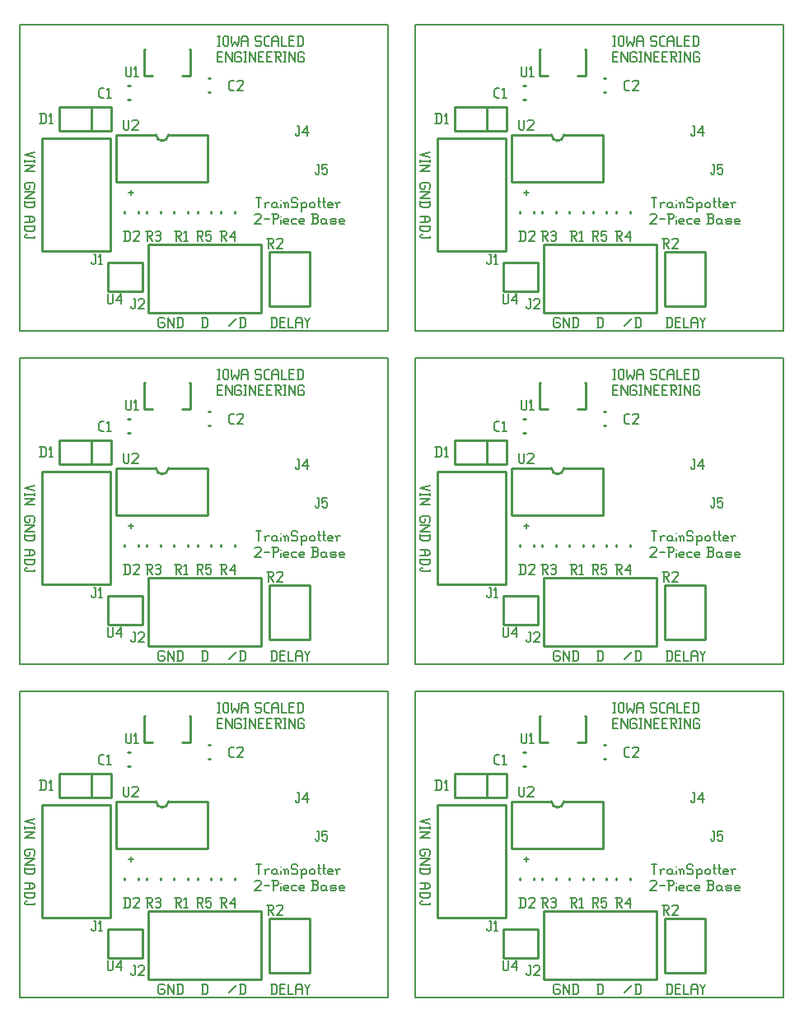
<source format=gbr>
G04 start of page 9 for group -4079 idx -4079 *
G04 Title: (unknown), topsilk *
G04 Creator: pcb 4.0.2 *
G04 CreationDate: Sun Oct 16 03:50:19 2022 UTC *
G04 For: ndholmes *
G04 Format: Gerber/RS-274X *
G04 PCB-Dimensions (mil): 3900.00 4750.00 *
G04 PCB-Coordinate-Origin: lower left *
%MOIN*%
%FSLAX25Y25*%
%LNTOPSILK*%
%ADD54C,0.0100*%
%ADD53C,0.0060*%
%ADD52C,0.0080*%
G54D52*X200500Y175500D02*X349500D01*
X40500D02*X189500D01*
X200500Y299500D02*Y175500D01*
X189500D02*Y299500D01*
Y40500D02*Y164500D01*
X200500D02*Y40500D01*
X40500Y299500D02*Y175500D01*
Y40500D02*X189500D01*
Y164500D02*X40500D01*
Y40500D01*
X200500D02*X349500D01*
Y164500D01*
X200500D01*
X189500Y310500D02*Y434500D01*
X200500Y310500D02*X349500D01*
Y434500D01*
X200500D01*
Y310500D01*
X40500D02*X189500D01*
Y434500D02*X40500D01*
Y310500D01*
X349500Y175500D02*Y299500D01*
X200500D01*
X189500D02*X40500D01*
G54D53*X258500Y316000D02*X259000Y315500D01*
X257000Y316000D02*X258500D01*
X256500Y315500D02*X257000Y316000D01*
X256500Y315500D02*Y312500D01*
X257000Y312000D01*
X258500D01*
X259000Y312500D01*
Y313500D02*Y312500D01*
X258500Y314000D02*X259000Y313500D01*
X257500Y314000D02*X258500D01*
X260200Y316000D02*Y312000D01*
Y316000D02*X262700Y312000D01*
Y316000D02*Y312000D01*
X264400Y316000D02*Y312000D01*
X265700Y316000D02*X266400Y315300D01*
Y312700D01*
X265700Y312000D02*X266400Y312700D01*
X263900Y312000D02*X265700D01*
X263900Y316000D02*X265700D01*
X285000Y312500D02*X288000Y315500D01*
X289700Y316000D02*Y312000D01*
X291000Y316000D02*X291700Y315300D01*
Y312700D01*
X291000Y312000D02*X291700Y312700D01*
X289200Y312000D02*X291000D01*
X289200Y316000D02*X291000D01*
X302500D02*Y312000D01*
X303800Y316000D02*X304500Y315300D01*
Y312700D01*
X303800Y312000D02*X304500Y312700D01*
X302000Y312000D02*X303800D01*
X302000Y316000D02*X303800D01*
X305700Y314200D02*X307200D01*
X305700Y312000D02*X307700D01*
X305700Y316000D02*Y312000D01*
Y316000D02*X307700D01*
X308900D02*Y312000D01*
X310900D01*
X312100Y315000D02*Y312000D01*
Y315000D02*X312800Y316000D01*
X313900D01*
X314600Y315000D01*
Y312000D01*
X312100Y314000D02*X314600D01*
X315800Y316000D02*X316800Y314000D01*
X317800Y316000D01*
X316800Y314000D02*Y312000D01*
X274500Y316000D02*Y312000D01*
X275800Y316000D02*X276500Y315300D01*
Y312700D01*
X275800Y312000D02*X276500Y312700D01*
X274000Y312000D02*X275800D01*
X274000Y316000D02*X275800D01*
X280500Y295000D02*X281500D01*
X281000D02*Y291000D01*
X280500D02*X281500D01*
X282700Y294500D02*Y291500D01*
Y294500D02*X283200Y295000D01*
X284200D01*
X284700Y294500D01*
Y291500D01*
X284200Y291000D02*X284700Y291500D01*
X283200Y291000D02*X284200D01*
X282700Y291500D02*X283200Y291000D01*
X285900Y295000D02*Y293000D01*
X286400Y291000D01*
X287400Y293000D01*
X288400Y291000D01*
X288900Y293000D01*
Y295000D02*Y293000D01*
X290100Y294000D02*Y291000D01*
Y294000D02*X290800Y295000D01*
X291900D01*
X292600Y294000D01*
Y291000D01*
X290100Y293000D02*X292600D01*
X297600Y295000D02*X298100Y294500D01*
X296100Y295000D02*X297600D01*
X295600Y294500D02*X296100Y295000D01*
X295600Y294500D02*Y293500D01*
X296100Y293000D01*
X297600D01*
X298100Y292500D01*
Y291500D01*
X297600Y291000D02*X298100Y291500D01*
X296100Y291000D02*X297600D01*
X295600Y291500D02*X296100Y291000D01*
X300000D02*X301300D01*
X299300Y291700D02*X300000Y291000D01*
X299300Y294300D02*Y291700D01*
Y294300D02*X300000Y295000D01*
X301300D01*
X302500Y294000D02*Y291000D01*
Y294000D02*X303200Y295000D01*
X304300D01*
X305000Y294000D01*
Y291000D01*
X302500Y293000D02*X305000D01*
X306200Y295000D02*Y291000D01*
X308200D01*
X309400Y293200D02*X310900D01*
X309400Y291000D02*X311400D01*
X309400Y295000D02*Y291000D01*
Y295000D02*X311400D01*
X313100D02*Y291000D01*
X314400Y295000D02*X315100Y294300D01*
Y291700D01*
X314400Y291000D02*X315100Y291700D01*
X312600Y291000D02*X314400D01*
X312600Y295000D02*X314400D01*
X280500Y286700D02*X282000D01*
X280500Y284500D02*X282500D01*
X280500Y288500D02*Y284500D01*
Y288500D02*X282500D01*
X283700D02*Y284500D01*
Y288500D02*X286200Y284500D01*
Y288500D02*Y284500D01*
X289400Y288500D02*X289900Y288000D01*
X287900Y288500D02*X289400D01*
X287400Y288000D02*X287900Y288500D01*
X287400Y288000D02*Y285000D01*
X287900Y284500D01*
X289400D01*
X289900Y285000D01*
Y286000D02*Y285000D01*
X289400Y286500D02*X289900Y286000D01*
X288400Y286500D02*X289400D01*
X291100Y288500D02*X292100D01*
X291600D02*Y284500D01*
X291100D02*X292100D01*
X293300Y288500D02*Y284500D01*
Y288500D02*X295800Y284500D01*
Y288500D02*Y284500D01*
X297000Y286700D02*X298500D01*
X297000Y284500D02*X299000D01*
X297000Y288500D02*Y284500D01*
Y288500D02*X299000D01*
X300200Y286700D02*X301700D01*
X300200Y284500D02*X302200D01*
X300200Y288500D02*Y284500D01*
Y288500D02*X302200D01*
X303400D02*X305400D01*
X305900Y288000D01*
Y287000D01*
X305400Y286500D02*X305900Y287000D01*
X303900Y286500D02*X305400D01*
X303900Y288500D02*Y284500D01*
X304700Y286500D02*X305900Y284500D01*
X307100Y288500D02*X308100D01*
X307600D02*Y284500D01*
X307100D02*X308100D01*
X309300Y288500D02*Y284500D01*
Y288500D02*X311800Y284500D01*
Y288500D02*Y284500D01*
X315000Y288500D02*X315500Y288000D01*
X313500Y288500D02*X315000D01*
X313000Y288000D02*X313500Y288500D01*
X313000Y288000D02*Y285000D01*
X313500Y284500D01*
X315000D01*
X315500Y285000D01*
Y286000D02*Y285000D01*
X315000Y286500D02*X315500Y286000D01*
X314000Y286500D02*X315000D01*
X244500Y366500D02*X246500D01*
X245500Y367500D02*Y365500D01*
X206500Y248000D02*X202500Y247000D01*
X206500Y246000D01*
Y244800D02*Y243800D01*
X202500Y244300D02*X206500D01*
X202500Y244800D02*Y243800D01*
Y242600D02*X206500D01*
X202500Y240100D01*
X206500D01*
Y233500D02*X206000Y233000D01*
X206500Y235000D02*Y233500D01*
X206000Y235500D02*X206500Y235000D01*
X203000Y235500D02*X206000D01*
X203000D02*X202500Y235000D01*
Y233500D01*
X203000Y233000D01*
X204000D01*
X204500Y233500D02*X204000Y233000D01*
X204500Y234500D02*Y233500D01*
X202500Y231800D02*X206500D01*
X202500Y229300D01*
X206500D01*
X202500Y227600D02*X206500D01*
Y226300D02*X205800Y225600D01*
X203200D02*X205800D01*
X202500Y226300D02*X203200Y225600D01*
X202500Y228100D02*Y226300D01*
X206500Y228100D02*Y226300D01*
X202500Y222000D02*X205500D01*
X206500Y221300D01*
Y220200D01*
X205500Y219500D01*
X202500D02*X205500D01*
X204500Y222000D02*Y219500D01*
X202500Y217800D02*X206500D01*
Y216500D02*X205800Y215800D01*
X203200D02*X205800D01*
X202500Y216500D02*X203200Y215800D01*
X202500Y218300D02*Y216500D01*
X206500Y218300D02*Y216500D01*
Y213900D02*Y213100D01*
X203000D02*X206500D01*
X202500Y213600D02*X203000Y213100D01*
X202500Y214100D02*Y213600D01*
X203000Y214600D02*X202500Y214100D01*
X203000Y214600D02*X203500D01*
X244500Y231500D02*X246500D01*
X245500Y232500D02*Y230500D01*
X296000Y364500D02*X298000D01*
X297000D02*Y360500D01*
X299700Y362000D02*Y360500D01*
Y362000D02*X300200Y362500D01*
X301200D01*
X299200D02*X299700Y362000D01*
X303900Y362500D02*X304400Y362000D01*
X302900Y362500D02*X303900D01*
X302400Y362000D02*X302900Y362500D01*
X302400Y362000D02*Y361000D01*
X302900Y360500D01*
X304400Y362500D02*Y361000D01*
X304900Y360500D01*
X302900D02*X303900D01*
X304400Y361000D01*
X306100Y363500D02*Y363400D01*
Y362000D02*Y360500D01*
X307600Y362000D02*Y360500D01*
Y362000D02*X308100Y362500D01*
X308600D01*
X309100Y362000D01*
Y360500D01*
X307100Y362500D02*X307600Y362000D01*
X312300Y364500D02*X312800Y364000D01*
X310800Y364500D02*X312300D01*
X310300Y364000D02*X310800Y364500D01*
X310300Y364000D02*Y363000D01*
X310800Y362500D01*
X312300D01*
X312800Y362000D01*
Y361000D01*
X312300Y360500D02*X312800Y361000D01*
X310800Y360500D02*X312300D01*
X310300Y361000D02*X310800Y360500D01*
X314500Y362000D02*Y359000D01*
X314000Y362500D02*X314500Y362000D01*
X315000Y362500D01*
X316000D01*
X316500Y362000D01*
Y361000D01*
X316000Y360500D02*X316500Y361000D01*
X315000Y360500D02*X316000D01*
X314500Y361000D02*X315000Y360500D01*
X317700Y362000D02*Y361000D01*
Y362000D02*X318200Y362500D01*
X319200D01*
X319700Y362000D01*
Y361000D01*
X319200Y360500D02*X319700Y361000D01*
X318200Y360500D02*X319200D01*
X317700Y361000D02*X318200Y360500D01*
X321400Y364500D02*Y361000D01*
X321900Y360500D01*
X320900Y363000D02*X321900D01*
X323400Y364500D02*Y361000D01*
X323900Y360500D01*
X322900Y363000D02*X323900D01*
X325400Y360500D02*X326900D01*
X324900Y361000D02*X325400Y360500D01*
X324900Y362000D02*Y361000D01*
Y362000D02*X325400Y362500D01*
X326400D01*
X326900Y362000D01*
X324900Y361500D02*X326900D01*
Y362000D02*Y361500D01*
X328600Y362000D02*Y360500D01*
Y362000D02*X329100Y362500D01*
X330100D01*
X328100D02*X328600Y362000D01*
X296000Y229500D02*X298000D01*
X297000D02*Y225500D01*
X299700Y227000D02*Y225500D01*
Y227000D02*X300200Y227500D01*
X301200D01*
X299200D02*X299700Y227000D01*
X303900Y227500D02*X304400Y227000D01*
X302900Y227500D02*X303900D01*
X302400Y227000D02*X302900Y227500D01*
X302400Y227000D02*Y226000D01*
X302900Y225500D01*
X304400Y227500D02*Y226000D01*
X304900Y225500D01*
X302900D02*X303900D01*
X304400Y226000D01*
X306100Y228500D02*Y228400D01*
Y227000D02*Y225500D01*
X307600Y227000D02*Y225500D01*
Y227000D02*X308100Y227500D01*
X308600D01*
X309100Y227000D01*
Y225500D01*
X307100Y227500D02*X307600Y227000D01*
X312300Y229500D02*X312800Y229000D01*
X310800Y229500D02*X312300D01*
X310300Y229000D02*X310800Y229500D01*
X310300Y229000D02*Y228000D01*
X310800Y227500D01*
X312300D01*
X312800Y227000D01*
Y226000D01*
X312300Y225500D02*X312800Y226000D01*
X310800Y225500D02*X312300D01*
X310300Y226000D02*X310800Y225500D01*
X314500Y227000D02*Y224000D01*
X314000Y227500D02*X314500Y227000D01*
X315000Y227500D01*
X316000D01*
X316500Y227000D01*
Y226000D01*
X316000Y225500D02*X316500Y226000D01*
X315000Y225500D02*X316000D01*
X314500Y226000D02*X315000Y225500D01*
X317700Y227000D02*Y226000D01*
Y227000D02*X318200Y227500D01*
X319200D01*
X319700Y227000D01*
Y226000D01*
X319200Y225500D02*X319700Y226000D01*
X318200Y225500D02*X319200D01*
X317700Y226000D02*X318200Y225500D01*
X321400Y229500D02*Y226000D01*
X321900Y225500D01*
X320900Y228000D02*X321900D01*
X323400Y229500D02*Y226000D01*
X323900Y225500D01*
X322900Y228000D02*X323900D01*
X325400Y225500D02*X326900D01*
X324900Y226000D02*X325400Y225500D01*
X324900Y227000D02*Y226000D01*
Y227000D02*X325400Y227500D01*
X326400D01*
X326900Y227000D01*
X324900Y226500D02*X326900D01*
Y227000D02*Y226500D01*
X328600Y227000D02*Y225500D01*
Y227000D02*X329100Y227500D01*
X330100D01*
X328100D02*X328600Y227000D01*
X295500Y222500D02*X296000Y223000D01*
X297500D01*
X298000Y222500D01*
Y221500D01*
X295500Y219000D02*X298000Y221500D01*
X295500Y219000D02*X298000D01*
X299200Y221000D02*X301200D01*
X302900Y223000D02*Y219000D01*
X302400Y223000D02*X304400D01*
X304900Y222500D01*
Y221500D01*
X304400Y221000D02*X304900Y221500D01*
X302900Y221000D02*X304400D01*
X306100Y222000D02*Y221900D01*
Y220500D02*Y219000D01*
X307600D02*X309100D01*
X307100Y219500D02*X307600Y219000D01*
X307100Y220500D02*Y219500D01*
Y220500D02*X307600Y221000D01*
X308600D01*
X309100Y220500D01*
X307100Y220000D02*X309100D01*
Y220500D02*Y220000D01*
X310800Y221000D02*X312300D01*
X310300Y220500D02*X310800Y221000D01*
X310300Y220500D02*Y219500D01*
X310800Y219000D01*
X312300D01*
X314000D02*X315500D01*
X313500Y219500D02*X314000Y219000D01*
X313500Y220500D02*Y219500D01*
Y220500D02*X314000Y221000D01*
X315000D01*
X315500Y220500D01*
X313500Y220000D02*X315500D01*
Y220500D02*Y220000D01*
X318500Y219000D02*X320500D01*
X321000Y219500D01*
Y220700D02*Y219500D01*
X320500Y221200D02*X321000Y220700D01*
X319000Y221200D02*X320500D01*
X319000Y223000D02*Y219000D01*
X318500Y223000D02*X320500D01*
X321000Y222500D01*
Y221700D01*
X320500Y221200D02*X321000Y221700D01*
X323700Y221000D02*X324200Y220500D01*
X322700Y221000D02*X323700D01*
X322200Y220500D02*X322700Y221000D01*
X322200Y220500D02*Y219500D01*
X322700Y219000D01*
X324200Y221000D02*Y219500D01*
X324700Y219000D01*
X322700D02*X323700D01*
X324200Y219500D01*
X326400Y219000D02*X327900D01*
X328400Y219500D01*
X327900Y220000D02*X328400Y219500D01*
X326400Y220000D02*X327900D01*
X325900Y220500D02*X326400Y220000D01*
X325900Y220500D02*X326400Y221000D01*
X327900D01*
X328400Y220500D01*
X325900Y219500D02*X326400Y219000D01*
X330100D02*X331600D01*
X329600Y219500D02*X330100Y219000D01*
X329600Y220500D02*Y219500D01*
Y220500D02*X330100Y221000D01*
X331100D01*
X331600Y220500D01*
X329600Y220000D02*X331600D01*
Y220500D02*Y220000D01*
X295500Y357500D02*X296000Y358000D01*
X297500D01*
X298000Y357500D01*
Y356500D01*
X295500Y354000D02*X298000Y356500D01*
X295500Y354000D02*X298000D01*
X299200Y356000D02*X301200D01*
X302900Y358000D02*Y354000D01*
X302400Y358000D02*X304400D01*
X304900Y357500D01*
Y356500D01*
X304400Y356000D02*X304900Y356500D01*
X302900Y356000D02*X304400D01*
X306100Y357000D02*Y356900D01*
Y355500D02*Y354000D01*
X307600D02*X309100D01*
X307100Y354500D02*X307600Y354000D01*
X307100Y355500D02*Y354500D01*
Y355500D02*X307600Y356000D01*
X308600D01*
X309100Y355500D01*
X307100Y355000D02*X309100D01*
Y355500D02*Y355000D01*
X310800Y356000D02*X312300D01*
X310300Y355500D02*X310800Y356000D01*
X310300Y355500D02*Y354500D01*
X310800Y354000D01*
X312300D01*
X314000D02*X315500D01*
X313500Y354500D02*X314000Y354000D01*
X313500Y355500D02*Y354500D01*
Y355500D02*X314000Y356000D01*
X315000D01*
X315500Y355500D01*
X313500Y355000D02*X315500D01*
Y355500D02*Y355000D01*
X318500Y354000D02*X320500D01*
X321000Y354500D01*
Y355700D02*Y354500D01*
X320500Y356200D02*X321000Y355700D01*
X319000Y356200D02*X320500D01*
X319000Y358000D02*Y354000D01*
X318500Y358000D02*X320500D01*
X321000Y357500D01*
Y356700D01*
X320500Y356200D02*X321000Y356700D01*
X323700Y356000D02*X324200Y355500D01*
X322700Y356000D02*X323700D01*
X322200Y355500D02*X322700Y356000D01*
X322200Y355500D02*Y354500D01*
X322700Y354000D01*
X324200Y356000D02*Y354500D01*
X324700Y354000D01*
X322700D02*X323700D01*
X324200Y354500D01*
X326400Y354000D02*X327900D01*
X328400Y354500D01*
X327900Y355000D02*X328400Y354500D01*
X326400Y355000D02*X327900D01*
X325900Y355500D02*X326400Y355000D01*
X325900Y355500D02*X326400Y356000D01*
X327900D01*
X328400Y355500D01*
X325900Y354500D02*X326400Y354000D01*
X330100D02*X331600D01*
X329600Y354500D02*X330100Y354000D01*
X329600Y355500D02*Y354500D01*
Y355500D02*X330100Y356000D01*
X331100D01*
X331600Y355500D01*
X329600Y355000D02*X331600D01*
Y355500D02*Y355000D01*
X280500Y430000D02*X281500D01*
X281000D02*Y426000D01*
X280500D02*X281500D01*
X282700Y429500D02*Y426500D01*
Y429500D02*X283200Y430000D01*
X284200D01*
X284700Y429500D01*
Y426500D01*
X284200Y426000D02*X284700Y426500D01*
X283200Y426000D02*X284200D01*
X282700Y426500D02*X283200Y426000D01*
X285900Y430000D02*Y428000D01*
X286400Y426000D01*
X287400Y428000D01*
X288400Y426000D01*
X288900Y428000D01*
Y430000D02*Y428000D01*
X290100Y429000D02*Y426000D01*
Y429000D02*X290800Y430000D01*
X291900D01*
X292600Y429000D01*
Y426000D01*
X290100Y428000D02*X292600D01*
X297600Y430000D02*X298100Y429500D01*
X296100Y430000D02*X297600D01*
X295600Y429500D02*X296100Y430000D01*
X295600Y429500D02*Y428500D01*
X296100Y428000D01*
X297600D01*
X298100Y427500D01*
Y426500D01*
X297600Y426000D02*X298100Y426500D01*
X296100Y426000D02*X297600D01*
X295600Y426500D02*X296100Y426000D01*
X300000D02*X301300D01*
X299300Y426700D02*X300000Y426000D01*
X299300Y429300D02*Y426700D01*
Y429300D02*X300000Y430000D01*
X301300D01*
X302500Y429000D02*Y426000D01*
Y429000D02*X303200Y430000D01*
X304300D01*
X305000Y429000D01*
Y426000D01*
X302500Y428000D02*X305000D01*
X306200Y430000D02*Y426000D01*
X308200D01*
X309400Y428200D02*X310900D01*
X309400Y426000D02*X311400D01*
X309400Y430000D02*Y426000D01*
Y430000D02*X311400D01*
X313100D02*Y426000D01*
X314400Y430000D02*X315100Y429300D01*
Y426700D01*
X314400Y426000D02*X315100Y426700D01*
X312600Y426000D02*X314400D01*
X312600Y430000D02*X314400D01*
X280500Y421700D02*X282000D01*
X280500Y419500D02*X282500D01*
X280500Y423500D02*Y419500D01*
Y423500D02*X282500D01*
X283700D02*Y419500D01*
Y423500D02*X286200Y419500D01*
Y423500D02*Y419500D01*
X289400Y423500D02*X289900Y423000D01*
X287900Y423500D02*X289400D01*
X287400Y423000D02*X287900Y423500D01*
X287400Y423000D02*Y420000D01*
X287900Y419500D01*
X289400D01*
X289900Y420000D01*
Y421000D02*Y420000D01*
X289400Y421500D02*X289900Y421000D01*
X288400Y421500D02*X289400D01*
X291100Y423500D02*X292100D01*
X291600D02*Y419500D01*
X291100D02*X292100D01*
X293300Y423500D02*Y419500D01*
Y423500D02*X295800Y419500D01*
Y423500D02*Y419500D01*
X297000Y421700D02*X298500D01*
X297000Y419500D02*X299000D01*
X297000Y423500D02*Y419500D01*
Y423500D02*X299000D01*
X300200Y421700D02*X301700D01*
X300200Y419500D02*X302200D01*
X300200Y423500D02*Y419500D01*
Y423500D02*X302200D01*
X303400D02*X305400D01*
X305900Y423000D01*
Y422000D01*
X305400Y421500D02*X305900Y422000D01*
X303900Y421500D02*X305400D01*
X303900Y423500D02*Y419500D01*
X304700Y421500D02*X305900Y419500D01*
X307100Y423500D02*X308100D01*
X307600D02*Y419500D01*
X307100D02*X308100D01*
X309300Y423500D02*Y419500D01*
Y423500D02*X311800Y419500D01*
Y423500D02*Y419500D01*
X315000Y423500D02*X315500Y423000D01*
X313500Y423500D02*X315000D01*
X313000Y423000D02*X313500Y423500D01*
X313000Y423000D02*Y420000D01*
X313500Y419500D01*
X315000D01*
X315500Y420000D01*
Y421000D02*Y420000D01*
X315000Y421500D02*X315500Y421000D01*
X314000Y421500D02*X315000D01*
X98500Y316000D02*X99000Y315500D01*
X97000Y316000D02*X98500D01*
X96500Y315500D02*X97000Y316000D01*
X96500Y315500D02*Y312500D01*
X97000Y312000D01*
X98500D01*
X99000Y312500D01*
Y313500D02*Y312500D01*
X98500Y314000D02*X99000Y313500D01*
X97500Y314000D02*X98500D01*
X100200Y316000D02*Y312000D01*
Y316000D02*X102700Y312000D01*
Y316000D02*Y312000D01*
X104400Y316000D02*Y312000D01*
X105700Y316000D02*X106400Y315300D01*
Y312700D01*
X105700Y312000D02*X106400Y312700D01*
X103900Y312000D02*X105700D01*
X103900Y316000D02*X105700D01*
X125000Y312500D02*X128000Y315500D01*
X129700Y316000D02*Y312000D01*
X131000Y316000D02*X131700Y315300D01*
Y312700D01*
X131000Y312000D02*X131700Y312700D01*
X129200Y312000D02*X131000D01*
X129200Y316000D02*X131000D01*
X142500D02*Y312000D01*
X143800Y316000D02*X144500Y315300D01*
Y312700D01*
X143800Y312000D02*X144500Y312700D01*
X142000Y312000D02*X143800D01*
X142000Y316000D02*X143800D01*
X145700Y314200D02*X147200D01*
X145700Y312000D02*X147700D01*
X145700Y316000D02*Y312000D01*
Y316000D02*X147700D01*
X148900D02*Y312000D01*
X150900D01*
X152100Y315000D02*Y312000D01*
Y315000D02*X152800Y316000D01*
X153900D01*
X154600Y315000D01*
Y312000D01*
X152100Y314000D02*X154600D01*
X155800Y316000D02*X156800Y314000D01*
X157800Y316000D01*
X156800Y314000D02*Y312000D01*
X114500Y316000D02*Y312000D01*
X115800Y316000D02*X116500Y315300D01*
Y312700D01*
X115800Y312000D02*X116500Y312700D01*
X114000Y312000D02*X115800D01*
X114000Y316000D02*X115800D01*
X120500Y295000D02*X121500D01*
X121000D02*Y291000D01*
X120500D02*X121500D01*
X122700Y294500D02*Y291500D01*
Y294500D02*X123200Y295000D01*
X124200D01*
X124700Y294500D01*
Y291500D01*
X124200Y291000D02*X124700Y291500D01*
X123200Y291000D02*X124200D01*
X122700Y291500D02*X123200Y291000D01*
X125900Y295000D02*Y293000D01*
X126400Y291000D01*
X127400Y293000D01*
X128400Y291000D01*
X128900Y293000D01*
Y295000D02*Y293000D01*
X130100Y294000D02*Y291000D01*
Y294000D02*X130800Y295000D01*
X131900D01*
X132600Y294000D01*
Y291000D01*
X130100Y293000D02*X132600D01*
X137600Y295000D02*X138100Y294500D01*
X136100Y295000D02*X137600D01*
X135600Y294500D02*X136100Y295000D01*
X135600Y294500D02*Y293500D01*
X136100Y293000D01*
X137600D01*
X138100Y292500D01*
Y291500D01*
X137600Y291000D02*X138100Y291500D01*
X136100Y291000D02*X137600D01*
X135600Y291500D02*X136100Y291000D01*
X140000D02*X141300D01*
X139300Y291700D02*X140000Y291000D01*
X139300Y294300D02*Y291700D01*
Y294300D02*X140000Y295000D01*
X141300D01*
X142500Y294000D02*Y291000D01*
Y294000D02*X143200Y295000D01*
X144300D01*
X145000Y294000D01*
Y291000D01*
X142500Y293000D02*X145000D01*
X146200Y295000D02*Y291000D01*
X148200D01*
X149400Y293200D02*X150900D01*
X149400Y291000D02*X151400D01*
X149400Y295000D02*Y291000D01*
Y295000D02*X151400D01*
X153100D02*Y291000D01*
X154400Y295000D02*X155100Y294300D01*
Y291700D01*
X154400Y291000D02*X155100Y291700D01*
X152600Y291000D02*X154400D01*
X152600Y295000D02*X154400D01*
X120500Y286700D02*X122000D01*
X120500Y284500D02*X122500D01*
X120500Y288500D02*Y284500D01*
Y288500D02*X122500D01*
X123700D02*Y284500D01*
Y288500D02*X126200Y284500D01*
Y288500D02*Y284500D01*
X129400Y288500D02*X129900Y288000D01*
X127900Y288500D02*X129400D01*
X127400Y288000D02*X127900Y288500D01*
X127400Y288000D02*Y285000D01*
X127900Y284500D01*
X129400D01*
X129900Y285000D01*
Y286000D02*Y285000D01*
X129400Y286500D02*X129900Y286000D01*
X128400Y286500D02*X129400D01*
X131100Y288500D02*X132100D01*
X131600D02*Y284500D01*
X131100D02*X132100D01*
X133300Y288500D02*Y284500D01*
Y288500D02*X135800Y284500D01*
Y288500D02*Y284500D01*
X137000Y286700D02*X138500D01*
X137000Y284500D02*X139000D01*
X137000Y288500D02*Y284500D01*
Y288500D02*X139000D01*
X140200Y286700D02*X141700D01*
X140200Y284500D02*X142200D01*
X140200Y288500D02*Y284500D01*
Y288500D02*X142200D01*
X143400D02*X145400D01*
X145900Y288000D01*
Y287000D01*
X145400Y286500D02*X145900Y287000D01*
X143900Y286500D02*X145400D01*
X143900Y288500D02*Y284500D01*
X144700Y286500D02*X145900Y284500D01*
X147100Y288500D02*X148100D01*
X147600D02*Y284500D01*
X147100D02*X148100D01*
X149300Y288500D02*Y284500D01*
Y288500D02*X151800Y284500D01*
Y288500D02*Y284500D01*
X155000Y288500D02*X155500Y288000D01*
X153500Y288500D02*X155000D01*
X153000Y288000D02*X153500Y288500D01*
X153000Y288000D02*Y285000D01*
X153500Y284500D01*
X155000D01*
X155500Y285000D01*
Y286000D02*Y285000D01*
X155000Y286500D02*X155500Y286000D01*
X154000Y286500D02*X155000D01*
X46500Y383000D02*X42500Y382000D01*
X46500Y381000D01*
Y379800D02*Y378800D01*
X42500Y379300D02*X46500D01*
X42500Y379800D02*Y378800D01*
Y377600D02*X46500D01*
X42500Y375100D01*
X46500D01*
Y368500D02*X46000Y368000D01*
X46500Y370000D02*Y368500D01*
X46000Y370500D02*X46500Y370000D01*
X43000Y370500D02*X46000D01*
X43000D02*X42500Y370000D01*
Y368500D01*
X43000Y368000D01*
X44000D01*
X44500Y368500D02*X44000Y368000D01*
X44500Y369500D02*Y368500D01*
X42500Y366800D02*X46500D01*
X42500Y364300D01*
X46500D01*
X42500Y362600D02*X46500D01*
Y361300D02*X45800Y360600D01*
X43200D02*X45800D01*
X42500Y361300D02*X43200Y360600D01*
X42500Y363100D02*Y361300D01*
X46500Y363100D02*Y361300D01*
X42500Y357000D02*X45500D01*
X46500Y356300D01*
Y355200D01*
X45500Y354500D01*
X42500D02*X45500D01*
X44500Y357000D02*Y354500D01*
X42500Y352800D02*X46500D01*
Y351500D02*X45800Y350800D01*
X43200D02*X45800D01*
X42500Y351500D02*X43200Y350800D01*
X42500Y353300D02*Y351500D01*
X46500Y353300D02*Y351500D01*
Y348900D02*Y348100D01*
X43000D02*X46500D01*
X42500Y348600D02*X43000Y348100D01*
X42500Y349100D02*Y348600D01*
X43000Y349600D02*X42500Y349100D01*
X43000Y349600D02*X43500D01*
X46500Y248000D02*X42500Y247000D01*
X46500Y246000D01*
Y244800D02*Y243800D01*
X42500Y244300D02*X46500D01*
X42500Y244800D02*Y243800D01*
Y242600D02*X46500D01*
X42500Y240100D01*
X46500D01*
Y233500D02*X46000Y233000D01*
X46500Y235000D02*Y233500D01*
X46000Y235500D02*X46500Y235000D01*
X43000Y235500D02*X46000D01*
X43000D02*X42500Y235000D01*
Y233500D01*
X43000Y233000D01*
X44000D01*
X44500Y233500D02*X44000Y233000D01*
X44500Y234500D02*Y233500D01*
X42500Y231800D02*X46500D01*
X42500Y229300D01*
X46500D01*
X42500Y227600D02*X46500D01*
Y226300D02*X45800Y225600D01*
X43200D02*X45800D01*
X42500Y226300D02*X43200Y225600D01*
X42500Y228100D02*Y226300D01*
X46500Y228100D02*Y226300D01*
X42500Y222000D02*X45500D01*
X46500Y221300D01*
Y220200D01*
X45500Y219500D01*
X42500D02*X45500D01*
X44500Y222000D02*Y219500D01*
X42500Y217800D02*X46500D01*
Y216500D02*X45800Y215800D01*
X43200D02*X45800D01*
X42500Y216500D02*X43200Y215800D01*
X42500Y218300D02*Y216500D01*
X46500Y218300D02*Y216500D01*
Y213900D02*Y213100D01*
X43000D02*X46500D01*
X42500Y213600D02*X43000Y213100D01*
X42500Y214100D02*Y213600D01*
X43000Y214600D02*X42500Y214100D01*
X43000Y214600D02*X43500D01*
X84500Y366500D02*X86500D01*
X85500Y367500D02*Y365500D01*
X84500Y231500D02*X86500D01*
X85500Y232500D02*Y230500D01*
X136000Y364500D02*X138000D01*
X137000D02*Y360500D01*
X139700Y362000D02*Y360500D01*
Y362000D02*X140200Y362500D01*
X141200D01*
X139200D02*X139700Y362000D01*
X143900Y362500D02*X144400Y362000D01*
X142900Y362500D02*X143900D01*
X142400Y362000D02*X142900Y362500D01*
X142400Y362000D02*Y361000D01*
X142900Y360500D01*
X144400Y362500D02*Y361000D01*
X144900Y360500D01*
X142900D02*X143900D01*
X144400Y361000D01*
X146100Y363500D02*Y363400D01*
Y362000D02*Y360500D01*
X147600Y362000D02*Y360500D01*
Y362000D02*X148100Y362500D01*
X148600D01*
X149100Y362000D01*
Y360500D01*
X147100Y362500D02*X147600Y362000D01*
X152300Y364500D02*X152800Y364000D01*
X150800Y364500D02*X152300D01*
X150300Y364000D02*X150800Y364500D01*
X150300Y364000D02*Y363000D01*
X150800Y362500D01*
X152300D01*
X152800Y362000D01*
Y361000D01*
X152300Y360500D02*X152800Y361000D01*
X150800Y360500D02*X152300D01*
X150300Y361000D02*X150800Y360500D01*
X154500Y362000D02*Y359000D01*
X154000Y362500D02*X154500Y362000D01*
X155000Y362500D01*
X156000D01*
X156500Y362000D01*
Y361000D01*
X156000Y360500D02*X156500Y361000D01*
X155000Y360500D02*X156000D01*
X154500Y361000D02*X155000Y360500D01*
X157700Y362000D02*Y361000D01*
Y362000D02*X158200Y362500D01*
X159200D01*
X159700Y362000D01*
Y361000D01*
X159200Y360500D02*X159700Y361000D01*
X158200Y360500D02*X159200D01*
X157700Y361000D02*X158200Y360500D01*
X161400Y364500D02*Y361000D01*
X161900Y360500D01*
X160900Y363000D02*X161900D01*
X163400Y364500D02*Y361000D01*
X163900Y360500D01*
X162900Y363000D02*X163900D01*
X165400Y360500D02*X166900D01*
X164900Y361000D02*X165400Y360500D01*
X164900Y362000D02*Y361000D01*
Y362000D02*X165400Y362500D01*
X166400D01*
X166900Y362000D01*
X164900Y361500D02*X166900D01*
Y362000D02*Y361500D01*
X168600Y362000D02*Y360500D01*
Y362000D02*X169100Y362500D01*
X170100D01*
X168100D02*X168600Y362000D01*
X206500Y383000D02*X202500Y382000D01*
X206500Y381000D01*
Y379800D02*Y378800D01*
X202500Y379300D02*X206500D01*
X202500Y379800D02*Y378800D01*
Y377600D02*X206500D01*
X202500Y375100D01*
X206500D01*
Y368500D02*X206000Y368000D01*
X206500Y370000D02*Y368500D01*
X206000Y370500D02*X206500Y370000D01*
X203000Y370500D02*X206000D01*
X203000D02*X202500Y370000D01*
Y368500D01*
X203000Y368000D01*
X204000D01*
X204500Y368500D02*X204000Y368000D01*
X204500Y369500D02*Y368500D01*
X202500Y366800D02*X206500D01*
X202500Y364300D01*
X206500D01*
X202500Y362600D02*X206500D01*
Y361300D02*X205800Y360600D01*
X203200D02*X205800D01*
X202500Y361300D02*X203200Y360600D01*
X202500Y363100D02*Y361300D01*
X206500Y363100D02*Y361300D01*
X135500Y357500D02*X136000Y358000D01*
X137500D01*
X138000Y357500D01*
Y356500D01*
X135500Y354000D02*X138000Y356500D01*
X135500Y354000D02*X138000D01*
X139200Y356000D02*X141200D01*
X142900Y358000D02*Y354000D01*
X142400Y358000D02*X144400D01*
X144900Y357500D01*
Y356500D01*
X144400Y356000D02*X144900Y356500D01*
X142900Y356000D02*X144400D01*
X146100Y357000D02*Y356900D01*
Y355500D02*Y354000D01*
X147600D02*X149100D01*
X147100Y354500D02*X147600Y354000D01*
X147100Y355500D02*Y354500D01*
Y355500D02*X147600Y356000D01*
X148600D01*
X149100Y355500D01*
X147100Y355000D02*X149100D01*
Y355500D02*Y355000D01*
X150800Y356000D02*X152300D01*
X150300Y355500D02*X150800Y356000D01*
X150300Y355500D02*Y354500D01*
X150800Y354000D01*
X152300D01*
X154000D02*X155500D01*
X153500Y354500D02*X154000Y354000D01*
X153500Y355500D02*Y354500D01*
Y355500D02*X154000Y356000D01*
X155000D01*
X155500Y355500D01*
X153500Y355000D02*X155500D01*
Y355500D02*Y355000D01*
X158500Y354000D02*X160500D01*
X161000Y354500D01*
Y355700D02*Y354500D01*
X160500Y356200D02*X161000Y355700D01*
X159000Y356200D02*X160500D01*
X159000Y358000D02*Y354000D01*
X158500Y358000D02*X160500D01*
X161000Y357500D01*
Y356700D01*
X160500Y356200D02*X161000Y356700D01*
X163700Y356000D02*X164200Y355500D01*
X162700Y356000D02*X163700D01*
X162200Y355500D02*X162700Y356000D01*
X162200Y355500D02*Y354500D01*
X162700Y354000D01*
X164200Y356000D02*Y354500D01*
X164700Y354000D01*
X162700D02*X163700D01*
X164200Y354500D01*
X166400Y354000D02*X167900D01*
X168400Y354500D01*
X167900Y355000D02*X168400Y354500D01*
X166400Y355000D02*X167900D01*
X165900Y355500D02*X166400Y355000D01*
X165900Y355500D02*X166400Y356000D01*
X167900D01*
X168400Y355500D01*
X165900Y354500D02*X166400Y354000D01*
X170100D02*X171600D01*
X169600Y354500D02*X170100Y354000D01*
X169600Y355500D02*Y354500D01*
Y355500D02*X170100Y356000D01*
X171100D01*
X171600Y355500D01*
X169600Y355000D02*X171600D01*
Y355500D02*Y355000D01*
X202500Y357000D02*X205500D01*
X206500Y356300D01*
Y355200D01*
X205500Y354500D01*
X202500D02*X205500D01*
X204500Y357000D02*Y354500D01*
X202500Y352800D02*X206500D01*
Y351500D02*X205800Y350800D01*
X203200D02*X205800D01*
X202500Y351500D02*X203200Y350800D01*
X202500Y353300D02*Y351500D01*
X206500Y353300D02*Y351500D01*
Y348900D02*Y348100D01*
X203000D02*X206500D01*
X202500Y348600D02*X203000Y348100D01*
X202500Y349100D02*Y348600D01*
X203000Y349600D02*X202500Y349100D01*
X203000Y349600D02*X203500D01*
X120500Y430000D02*X121500D01*
X121000D02*Y426000D01*
X120500D02*X121500D01*
X122700Y429500D02*Y426500D01*
Y429500D02*X123200Y430000D01*
X124200D01*
X124700Y429500D01*
Y426500D01*
X124200Y426000D02*X124700Y426500D01*
X123200Y426000D02*X124200D01*
X122700Y426500D02*X123200Y426000D01*
X125900Y430000D02*Y428000D01*
X126400Y426000D01*
X127400Y428000D01*
X128400Y426000D01*
X128900Y428000D01*
Y430000D02*Y428000D01*
X130100Y429000D02*Y426000D01*
Y429000D02*X130800Y430000D01*
X131900D01*
X132600Y429000D01*
Y426000D01*
X130100Y428000D02*X132600D01*
X137600Y430000D02*X138100Y429500D01*
X136100Y430000D02*X137600D01*
X135600Y429500D02*X136100Y430000D01*
X135600Y429500D02*Y428500D01*
X136100Y428000D01*
X137600D01*
X138100Y427500D01*
Y426500D01*
X137600Y426000D02*X138100Y426500D01*
X136100Y426000D02*X137600D01*
X135600Y426500D02*X136100Y426000D01*
X140000D02*X141300D01*
X139300Y426700D02*X140000Y426000D01*
X139300Y429300D02*Y426700D01*
Y429300D02*X140000Y430000D01*
X141300D01*
X142500Y429000D02*Y426000D01*
Y429000D02*X143200Y430000D01*
X144300D01*
X145000Y429000D01*
Y426000D01*
X142500Y428000D02*X145000D01*
X146200Y430000D02*Y426000D01*
X148200D01*
X149400Y428200D02*X150900D01*
X149400Y426000D02*X151400D01*
X149400Y430000D02*Y426000D01*
Y430000D02*X151400D01*
X153100D02*Y426000D01*
X154400Y430000D02*X155100Y429300D01*
Y426700D01*
X154400Y426000D02*X155100Y426700D01*
X152600Y426000D02*X154400D01*
X152600Y430000D02*X154400D01*
X120500Y421700D02*X122000D01*
X120500Y419500D02*X122500D01*
X120500Y423500D02*Y419500D01*
Y423500D02*X122500D01*
X123700D02*Y419500D01*
Y423500D02*X126200Y419500D01*
Y423500D02*Y419500D01*
X129400Y423500D02*X129900Y423000D01*
X127900Y423500D02*X129400D01*
X127400Y423000D02*X127900Y423500D01*
X127400Y423000D02*Y420000D01*
X127900Y419500D01*
X129400D01*
X129900Y420000D01*
Y421000D02*Y420000D01*
X129400Y421500D02*X129900Y421000D01*
X128400Y421500D02*X129400D01*
X131100Y423500D02*X132100D01*
X131600D02*Y419500D01*
X131100D02*X132100D01*
X133300Y423500D02*Y419500D01*
Y423500D02*X135800Y419500D01*
Y423500D02*Y419500D01*
X137000Y421700D02*X138500D01*
X137000Y419500D02*X139000D01*
X137000Y423500D02*Y419500D01*
Y423500D02*X139000D01*
X140200Y421700D02*X141700D01*
X140200Y419500D02*X142200D01*
X140200Y423500D02*Y419500D01*
Y423500D02*X142200D01*
X143400D02*X145400D01*
X145900Y423000D01*
Y422000D01*
X145400Y421500D02*X145900Y422000D01*
X143900Y421500D02*X145400D01*
X143900Y423500D02*Y419500D01*
X144700Y421500D02*X145900Y419500D01*
X147100Y423500D02*X148100D01*
X147600D02*Y419500D01*
X147100D02*X148100D01*
X149300Y423500D02*Y419500D01*
Y423500D02*X151800Y419500D01*
Y423500D02*Y419500D01*
X155000Y423500D02*X155500Y423000D01*
X153500Y423500D02*X155000D01*
X153000Y423000D02*X153500Y423500D01*
X153000Y423000D02*Y420000D01*
X153500Y419500D01*
X155000D01*
X155500Y420000D01*
Y421000D02*Y420000D01*
X155000Y421500D02*X155500Y421000D01*
X154000Y421500D02*X155000D01*
X258500Y181000D02*X259000Y180500D01*
X257000Y181000D02*X258500D01*
X256500Y180500D02*X257000Y181000D01*
X256500Y180500D02*Y177500D01*
X257000Y177000D01*
X258500D01*
X259000Y177500D01*
Y178500D02*Y177500D01*
X258500Y179000D02*X259000Y178500D01*
X257500Y179000D02*X258500D01*
X260200Y181000D02*Y177000D01*
Y181000D02*X262700Y177000D01*
Y181000D02*Y177000D01*
X264400Y181000D02*Y177000D01*
X265700Y181000D02*X266400Y180300D01*
Y177700D01*
X265700Y177000D02*X266400Y177700D01*
X263900Y177000D02*X265700D01*
X263900Y181000D02*X265700D01*
X285000Y177500D02*X288000Y180500D01*
X289700Y181000D02*Y177000D01*
X291000Y181000D02*X291700Y180300D01*
Y177700D01*
X291000Y177000D02*X291700Y177700D01*
X289200Y177000D02*X291000D01*
X289200Y181000D02*X291000D01*
X302500D02*Y177000D01*
X303800Y181000D02*X304500Y180300D01*
Y177700D01*
X303800Y177000D02*X304500Y177700D01*
X302000Y177000D02*X303800D01*
X302000Y181000D02*X303800D01*
X305700Y179200D02*X307200D01*
X305700Y177000D02*X307700D01*
X305700Y181000D02*Y177000D01*
Y181000D02*X307700D01*
X308900D02*Y177000D01*
X310900D01*
X312100Y180000D02*Y177000D01*
Y180000D02*X312800Y181000D01*
X313900D01*
X314600Y180000D01*
Y177000D01*
X312100Y179000D02*X314600D01*
X315800Y181000D02*X316800Y179000D01*
X317800Y181000D01*
X316800Y179000D02*Y177000D01*
X274500Y181000D02*Y177000D01*
X275800Y181000D02*X276500Y180300D01*
Y177700D01*
X275800Y177000D02*X276500Y177700D01*
X274000Y177000D02*X275800D01*
X274000Y181000D02*X275800D01*
X98500D02*X99000Y180500D01*
X97000Y181000D02*X98500D01*
X96500Y180500D02*X97000Y181000D01*
X96500Y180500D02*Y177500D01*
X97000Y177000D01*
X98500D01*
X99000Y177500D01*
Y178500D02*Y177500D01*
X98500Y179000D02*X99000Y178500D01*
X97500Y179000D02*X98500D01*
X100200Y181000D02*Y177000D01*
Y181000D02*X102700Y177000D01*
Y181000D02*Y177000D01*
X104400Y181000D02*Y177000D01*
X105700Y181000D02*X106400Y180300D01*
Y177700D01*
X105700Y177000D02*X106400Y177700D01*
X103900Y177000D02*X105700D01*
X103900Y181000D02*X105700D01*
X125000Y177500D02*X128000Y180500D01*
X129700Y181000D02*Y177000D01*
X131000Y181000D02*X131700Y180300D01*
Y177700D01*
X131000Y177000D02*X131700Y177700D01*
X129200Y177000D02*X131000D01*
X129200Y181000D02*X131000D01*
X142500D02*Y177000D01*
X143800Y181000D02*X144500Y180300D01*
Y177700D01*
X143800Y177000D02*X144500Y177700D01*
X142000Y177000D02*X143800D01*
X142000Y181000D02*X143800D01*
X145700Y179200D02*X147200D01*
X145700Y177000D02*X147700D01*
X145700Y181000D02*Y177000D01*
Y181000D02*X147700D01*
X148900D02*Y177000D01*
X150900D01*
X152100Y180000D02*Y177000D01*
Y180000D02*X152800Y181000D01*
X153900D01*
X154600Y180000D01*
Y177000D01*
X152100Y179000D02*X154600D01*
X155800Y181000D02*X156800Y179000D01*
X157800Y181000D01*
X156800Y179000D02*Y177000D01*
X114500Y181000D02*Y177000D01*
X115800Y181000D02*X116500Y180300D01*
Y177700D01*
X115800Y177000D02*X116500Y177700D01*
X114000Y177000D02*X115800D01*
X114000Y181000D02*X115800D01*
X280500Y160000D02*X281500D01*
X281000D02*Y156000D01*
X280500D02*X281500D01*
X282700Y159500D02*Y156500D01*
Y159500D02*X283200Y160000D01*
X284200D01*
X284700Y159500D01*
Y156500D01*
X284200Y156000D02*X284700Y156500D01*
X283200Y156000D02*X284200D01*
X282700Y156500D02*X283200Y156000D01*
X285900Y160000D02*Y158000D01*
X286400Y156000D01*
X287400Y158000D01*
X288400Y156000D01*
X288900Y158000D01*
Y160000D02*Y158000D01*
X290100Y159000D02*Y156000D01*
Y159000D02*X290800Y160000D01*
X291900D01*
X292600Y159000D01*
Y156000D01*
X290100Y158000D02*X292600D01*
X297600Y160000D02*X298100Y159500D01*
X296100Y160000D02*X297600D01*
X295600Y159500D02*X296100Y160000D01*
X295600Y159500D02*Y158500D01*
X296100Y158000D01*
X297600D01*
X298100Y157500D01*
Y156500D01*
X297600Y156000D02*X298100Y156500D01*
X296100Y156000D02*X297600D01*
X295600Y156500D02*X296100Y156000D01*
X300000D02*X301300D01*
X299300Y156700D02*X300000Y156000D01*
X299300Y159300D02*Y156700D01*
Y159300D02*X300000Y160000D01*
X301300D01*
X302500Y159000D02*Y156000D01*
Y159000D02*X303200Y160000D01*
X304300D01*
X305000Y159000D01*
Y156000D01*
X302500Y158000D02*X305000D01*
X306200Y160000D02*Y156000D01*
X308200D01*
X309400Y158200D02*X310900D01*
X309400Y156000D02*X311400D01*
X309400Y160000D02*Y156000D01*
Y160000D02*X311400D01*
X313100D02*Y156000D01*
X314400Y160000D02*X315100Y159300D01*
Y156700D01*
X314400Y156000D02*X315100Y156700D01*
X312600Y156000D02*X314400D01*
X312600Y160000D02*X314400D01*
X280500Y151700D02*X282000D01*
X280500Y149500D02*X282500D01*
X280500Y153500D02*Y149500D01*
Y153500D02*X282500D01*
X283700D02*Y149500D01*
Y153500D02*X286200Y149500D01*
Y153500D02*Y149500D01*
X289400Y153500D02*X289900Y153000D01*
X287900Y153500D02*X289400D01*
X287400Y153000D02*X287900Y153500D01*
X287400Y153000D02*Y150000D01*
X287900Y149500D01*
X289400D01*
X289900Y150000D01*
Y151000D02*Y150000D01*
X289400Y151500D02*X289900Y151000D01*
X288400Y151500D02*X289400D01*
X291100Y153500D02*X292100D01*
X291600D02*Y149500D01*
X291100D02*X292100D01*
X293300Y153500D02*Y149500D01*
Y153500D02*X295800Y149500D01*
Y153500D02*Y149500D01*
X297000Y151700D02*X298500D01*
X297000Y149500D02*X299000D01*
X297000Y153500D02*Y149500D01*
Y153500D02*X299000D01*
X300200Y151700D02*X301700D01*
X300200Y149500D02*X302200D01*
X300200Y153500D02*Y149500D01*
Y153500D02*X302200D01*
X303400D02*X305400D01*
X305900Y153000D01*
Y152000D01*
X305400Y151500D02*X305900Y152000D01*
X303900Y151500D02*X305400D01*
X303900Y153500D02*Y149500D01*
X304700Y151500D02*X305900Y149500D01*
X307100Y153500D02*X308100D01*
X307600D02*Y149500D01*
X307100D02*X308100D01*
X309300Y153500D02*Y149500D01*
Y153500D02*X311800Y149500D01*
Y153500D02*Y149500D01*
X315000Y153500D02*X315500Y153000D01*
X313500Y153500D02*X315000D01*
X313000Y153000D02*X313500Y153500D01*
X313000Y153000D02*Y150000D01*
X313500Y149500D01*
X315000D01*
X315500Y150000D01*
Y151000D02*Y150000D01*
X315000Y151500D02*X315500Y151000D01*
X314000Y151500D02*X315000D01*
X136000Y229500D02*X138000D01*
X137000D02*Y225500D01*
X139700Y227000D02*Y225500D01*
Y227000D02*X140200Y227500D01*
X141200D01*
X139200D02*X139700Y227000D01*
X143900Y227500D02*X144400Y227000D01*
X142900Y227500D02*X143900D01*
X142400Y227000D02*X142900Y227500D01*
X142400Y227000D02*Y226000D01*
X142900Y225500D01*
X144400Y227500D02*Y226000D01*
X144900Y225500D01*
X142900D02*X143900D01*
X144400Y226000D01*
X146100Y228500D02*Y228400D01*
Y227000D02*Y225500D01*
X147600Y227000D02*Y225500D01*
Y227000D02*X148100Y227500D01*
X148600D01*
X149100Y227000D01*
Y225500D01*
X147100Y227500D02*X147600Y227000D01*
X152300Y229500D02*X152800Y229000D01*
X150800Y229500D02*X152300D01*
X150300Y229000D02*X150800Y229500D01*
X150300Y229000D02*Y228000D01*
X150800Y227500D01*
X152300D01*
X152800Y227000D01*
Y226000D01*
X152300Y225500D02*X152800Y226000D01*
X150800Y225500D02*X152300D01*
X150300Y226000D02*X150800Y225500D01*
X154500Y227000D02*Y224000D01*
X154000Y227500D02*X154500Y227000D01*
X155000Y227500D01*
X156000D01*
X156500Y227000D01*
Y226000D01*
X156000Y225500D02*X156500Y226000D01*
X155000Y225500D02*X156000D01*
X154500Y226000D02*X155000Y225500D01*
X157700Y227000D02*Y226000D01*
Y227000D02*X158200Y227500D01*
X159200D01*
X159700Y227000D01*
Y226000D01*
X159200Y225500D02*X159700Y226000D01*
X158200Y225500D02*X159200D01*
X157700Y226000D02*X158200Y225500D01*
X161400Y229500D02*Y226000D01*
X161900Y225500D01*
X160900Y228000D02*X161900D01*
X163400Y229500D02*Y226000D01*
X163900Y225500D01*
X162900Y228000D02*X163900D01*
X165400Y225500D02*X166900D01*
X164900Y226000D02*X165400Y225500D01*
X164900Y227000D02*Y226000D01*
Y227000D02*X165400Y227500D01*
X166400D01*
X166900Y227000D01*
X164900Y226500D02*X166900D01*
Y227000D02*Y226500D01*
X168600Y227000D02*Y225500D01*
Y227000D02*X169100Y227500D01*
X170100D01*
X168100D02*X168600Y227000D01*
X135500Y222500D02*X136000Y223000D01*
X137500D01*
X138000Y222500D01*
Y221500D01*
X135500Y219000D02*X138000Y221500D01*
X135500Y219000D02*X138000D01*
X139200Y221000D02*X141200D01*
X142900Y223000D02*Y219000D01*
X142400Y223000D02*X144400D01*
X144900Y222500D01*
Y221500D01*
X144400Y221000D02*X144900Y221500D01*
X142900Y221000D02*X144400D01*
X146100Y222000D02*Y221900D01*
Y220500D02*Y219000D01*
X147600D02*X149100D01*
X147100Y219500D02*X147600Y219000D01*
X147100Y220500D02*Y219500D01*
Y220500D02*X147600Y221000D01*
X148600D01*
X149100Y220500D01*
X147100Y220000D02*X149100D01*
Y220500D02*Y220000D01*
X150800Y221000D02*X152300D01*
X150300Y220500D02*X150800Y221000D01*
X150300Y220500D02*Y219500D01*
X150800Y219000D01*
X152300D01*
X154000D02*X155500D01*
X153500Y219500D02*X154000Y219000D01*
X153500Y220500D02*Y219500D01*
Y220500D02*X154000Y221000D01*
X155000D01*
X155500Y220500D01*
X153500Y220000D02*X155500D01*
Y220500D02*Y220000D01*
X158500Y219000D02*X160500D01*
X161000Y219500D01*
Y220700D02*Y219500D01*
X160500Y221200D02*X161000Y220700D01*
X159000Y221200D02*X160500D01*
X159000Y223000D02*Y219000D01*
X158500Y223000D02*X160500D01*
X161000Y222500D01*
Y221700D01*
X160500Y221200D02*X161000Y221700D01*
X163700Y221000D02*X164200Y220500D01*
X162700Y221000D02*X163700D01*
X162200Y220500D02*X162700Y221000D01*
X162200Y220500D02*Y219500D01*
X162700Y219000D01*
X164200Y221000D02*Y219500D01*
X164700Y219000D01*
X162700D02*X163700D01*
X164200Y219500D01*
X166400Y219000D02*X167900D01*
X168400Y219500D01*
X167900Y220000D02*X168400Y219500D01*
X166400Y220000D02*X167900D01*
X165900Y220500D02*X166400Y220000D01*
X165900Y220500D02*X166400Y221000D01*
X167900D01*
X168400Y220500D01*
X165900Y219500D02*X166400Y219000D01*
X170100D02*X171600D01*
X169600Y219500D02*X170100Y219000D01*
X169600Y220500D02*Y219500D01*
Y220500D02*X170100Y221000D01*
X171100D01*
X171600Y220500D01*
X169600Y220000D02*X171600D01*
Y220500D02*Y220000D01*
X120500Y160000D02*X121500D01*
X121000D02*Y156000D01*
X120500D02*X121500D01*
X122700Y159500D02*Y156500D01*
Y159500D02*X123200Y160000D01*
X124200D01*
X124700Y159500D01*
Y156500D01*
X124200Y156000D02*X124700Y156500D01*
X123200Y156000D02*X124200D01*
X122700Y156500D02*X123200Y156000D01*
X125900Y160000D02*Y158000D01*
X126400Y156000D01*
X127400Y158000D01*
X128400Y156000D01*
X128900Y158000D01*
Y160000D02*Y158000D01*
X130100Y159000D02*Y156000D01*
Y159000D02*X130800Y160000D01*
X131900D01*
X132600Y159000D01*
Y156000D01*
X130100Y158000D02*X132600D01*
X137600Y160000D02*X138100Y159500D01*
X136100Y160000D02*X137600D01*
X135600Y159500D02*X136100Y160000D01*
X135600Y159500D02*Y158500D01*
X136100Y158000D01*
X137600D01*
X138100Y157500D01*
Y156500D01*
X137600Y156000D02*X138100Y156500D01*
X136100Y156000D02*X137600D01*
X135600Y156500D02*X136100Y156000D01*
X140000D02*X141300D01*
X139300Y156700D02*X140000Y156000D01*
X139300Y159300D02*Y156700D01*
Y159300D02*X140000Y160000D01*
X141300D01*
X142500Y159000D02*Y156000D01*
Y159000D02*X143200Y160000D01*
X144300D01*
X145000Y159000D01*
Y156000D01*
X142500Y158000D02*X145000D01*
X146200Y160000D02*Y156000D01*
X148200D01*
X149400Y158200D02*X150900D01*
X149400Y156000D02*X151400D01*
X149400Y160000D02*Y156000D01*
Y160000D02*X151400D01*
X153100D02*Y156000D01*
X154400Y160000D02*X155100Y159300D01*
Y156700D01*
X154400Y156000D02*X155100Y156700D01*
X152600Y156000D02*X154400D01*
X152600Y160000D02*X154400D01*
X120500Y151700D02*X122000D01*
X120500Y149500D02*X122500D01*
X120500Y153500D02*Y149500D01*
Y153500D02*X122500D01*
X123700D02*Y149500D01*
Y153500D02*X126200Y149500D01*
Y153500D02*Y149500D01*
X129400Y153500D02*X129900Y153000D01*
X127900Y153500D02*X129400D01*
X127400Y153000D02*X127900Y153500D01*
X127400Y153000D02*Y150000D01*
X127900Y149500D01*
X129400D01*
X129900Y150000D01*
Y151000D02*Y150000D01*
X129400Y151500D02*X129900Y151000D01*
X128400Y151500D02*X129400D01*
X131100Y153500D02*X132100D01*
X131600D02*Y149500D01*
X131100D02*X132100D01*
X133300Y153500D02*Y149500D01*
Y153500D02*X135800Y149500D01*
Y153500D02*Y149500D01*
X137000Y151700D02*X138500D01*
X137000Y149500D02*X139000D01*
X137000Y153500D02*Y149500D01*
Y153500D02*X139000D01*
X140200Y151700D02*X141700D01*
X140200Y149500D02*X142200D01*
X140200Y153500D02*Y149500D01*
Y153500D02*X142200D01*
X143400D02*X145400D01*
X145900Y153000D01*
Y152000D01*
X145400Y151500D02*X145900Y152000D01*
X143900Y151500D02*X145400D01*
X143900Y153500D02*Y149500D01*
X144700Y151500D02*X145900Y149500D01*
X147100Y153500D02*X148100D01*
X147600D02*Y149500D01*
X147100D02*X148100D01*
X149300Y153500D02*Y149500D01*
Y153500D02*X151800Y149500D01*
Y153500D02*Y149500D01*
X155000Y153500D02*X155500Y153000D01*
X153500Y153500D02*X155000D01*
X153000Y153000D02*X153500Y153500D01*
X153000Y153000D02*Y150000D01*
X153500Y149500D01*
X155000D01*
X155500Y150000D01*
Y151000D02*Y150000D01*
X155000Y151500D02*X155500Y151000D01*
X154000Y151500D02*X155000D01*
X46500Y98500D02*X46000Y98000D01*
X46500Y100000D02*Y98500D01*
X46000Y100500D02*X46500Y100000D01*
X43000Y100500D02*X46000D01*
X43000D02*X42500Y100000D01*
Y98500D01*
X43000Y98000D01*
X44000D01*
X44500Y98500D02*X44000Y98000D01*
X44500Y99500D02*Y98500D01*
X42500Y96800D02*X46500D01*
X42500Y94300D01*
X46500D01*
X42500Y92600D02*X46500D01*
Y91300D02*X45800Y90600D01*
X43200D02*X45800D01*
X42500Y91300D02*X43200Y90600D01*
X42500Y93100D02*Y91300D01*
X46500Y93100D02*Y91300D01*
X84500Y96500D02*X86500D01*
X85500Y97500D02*Y95500D01*
X42500Y87000D02*X45500D01*
X46500Y86300D01*
Y85200D01*
X45500Y84500D01*
X42500D02*X45500D01*
X44500Y87000D02*Y84500D01*
X42500Y82800D02*X46500D01*
Y81500D02*X45800Y80800D01*
X43200D02*X45800D01*
X42500Y81500D02*X43200Y80800D01*
X42500Y83300D02*Y81500D01*
X46500Y83300D02*Y81500D01*
Y78900D02*Y78100D01*
X43000D02*X46500D01*
X42500Y78600D02*X43000Y78100D01*
X42500Y79100D02*Y78600D01*
X43000Y79600D02*X42500Y79100D01*
X43000Y79600D02*X43500D01*
X98500Y46000D02*X99000Y45500D01*
X97000Y46000D02*X98500D01*
X96500Y45500D02*X97000Y46000D01*
X96500Y45500D02*Y42500D01*
X97000Y42000D01*
X98500D01*
X99000Y42500D01*
Y43500D02*Y42500D01*
X98500Y44000D02*X99000Y43500D01*
X97500Y44000D02*X98500D01*
X100200Y46000D02*Y42000D01*
Y46000D02*X102700Y42000D01*
Y46000D02*Y42000D01*
X104400Y46000D02*Y42000D01*
X105700Y46000D02*X106400Y45300D01*
Y42700D01*
X105700Y42000D02*X106400Y42700D01*
X103900Y42000D02*X105700D01*
X103900Y46000D02*X105700D01*
X114500D02*Y42000D01*
X115800Y46000D02*X116500Y45300D01*
Y42700D01*
X115800Y42000D02*X116500Y42700D01*
X114000Y42000D02*X115800D01*
X114000Y46000D02*X115800D01*
X125000Y42500D02*X128000Y45500D01*
X129700Y46000D02*Y42000D01*
X131000Y46000D02*X131700Y45300D01*
Y42700D01*
X131000Y42000D02*X131700Y42700D01*
X129200Y42000D02*X131000D01*
X129200Y46000D02*X131000D01*
X142500D02*Y42000D01*
X143800Y46000D02*X144500Y45300D01*
Y42700D01*
X143800Y42000D02*X144500Y42700D01*
X142000Y42000D02*X143800D01*
X142000Y46000D02*X143800D01*
X145700Y44200D02*X147200D01*
X145700Y42000D02*X147700D01*
X145700Y46000D02*Y42000D01*
Y46000D02*X147700D01*
X148900D02*Y42000D01*
X150900D01*
X152100Y45000D02*Y42000D01*
Y45000D02*X152800Y46000D01*
X153900D01*
X154600Y45000D01*
Y42000D01*
X152100Y44000D02*X154600D01*
X155800Y46000D02*X156800Y44000D01*
X157800Y46000D01*
X156800Y44000D02*Y42000D01*
X258500Y46000D02*X259000Y45500D01*
X257000Y46000D02*X258500D01*
X256500Y45500D02*X257000Y46000D01*
X256500Y45500D02*Y42500D01*
X257000Y42000D01*
X258500D01*
X259000Y42500D01*
Y43500D02*Y42500D01*
X258500Y44000D02*X259000Y43500D01*
X257500Y44000D02*X258500D01*
X260200Y46000D02*Y42000D01*
Y46000D02*X262700Y42000D01*
Y46000D02*Y42000D01*
X264400Y46000D02*Y42000D01*
X265700Y46000D02*X266400Y45300D01*
Y42700D01*
X265700Y42000D02*X266400Y42700D01*
X263900Y42000D02*X265700D01*
X263900Y46000D02*X265700D01*
X285000Y42500D02*X288000Y45500D01*
X289700Y46000D02*Y42000D01*
X291000Y46000D02*X291700Y45300D01*
Y42700D01*
X291000Y42000D02*X291700Y42700D01*
X289200Y42000D02*X291000D01*
X289200Y46000D02*X291000D01*
X302500D02*Y42000D01*
X303800Y46000D02*X304500Y45300D01*
Y42700D01*
X303800Y42000D02*X304500Y42700D01*
X302000Y42000D02*X303800D01*
X302000Y46000D02*X303800D01*
X305700Y44200D02*X307200D01*
X305700Y42000D02*X307700D01*
X305700Y46000D02*Y42000D01*
Y46000D02*X307700D01*
X308900D02*Y42000D01*
X310900D01*
X312100Y45000D02*Y42000D01*
Y45000D02*X312800Y46000D01*
X313900D01*
X314600Y45000D01*
Y42000D01*
X312100Y44000D02*X314600D01*
X315800Y46000D02*X316800Y44000D01*
X317800Y46000D01*
X316800Y44000D02*Y42000D01*
X274500Y46000D02*Y42000D01*
X275800Y46000D02*X276500Y45300D01*
Y42700D01*
X275800Y42000D02*X276500Y42700D01*
X274000Y42000D02*X275800D01*
X274000Y46000D02*X275800D01*
X46500Y113000D02*X42500Y112000D01*
X46500Y111000D01*
Y109800D02*Y108800D01*
X42500Y109300D02*X46500D01*
X42500Y109800D02*Y108800D01*
Y107600D02*X46500D01*
X42500Y105100D01*
X46500D01*
X206500Y113000D02*X202500Y112000D01*
X206500Y111000D01*
Y109800D02*Y108800D01*
X202500Y109300D02*X206500D01*
X202500Y109800D02*Y108800D01*
Y107600D02*X206500D01*
X202500Y105100D01*
X206500D01*
X136000Y94500D02*X138000D01*
X137000D02*Y90500D01*
X139700Y92000D02*Y90500D01*
Y92000D02*X140200Y92500D01*
X141200D01*
X139200D02*X139700Y92000D01*
X143900Y92500D02*X144400Y92000D01*
X142900Y92500D02*X143900D01*
X142400Y92000D02*X142900Y92500D01*
X142400Y92000D02*Y91000D01*
X142900Y90500D01*
X144400Y92500D02*Y91000D01*
X144900Y90500D01*
X142900D02*X143900D01*
X144400Y91000D01*
X146100Y93500D02*Y93400D01*
Y92000D02*Y90500D01*
X147600Y92000D02*Y90500D01*
Y92000D02*X148100Y92500D01*
X148600D01*
X149100Y92000D01*
Y90500D01*
X147100Y92500D02*X147600Y92000D01*
X152300Y94500D02*X152800Y94000D01*
X150800Y94500D02*X152300D01*
X150300Y94000D02*X150800Y94500D01*
X150300Y94000D02*Y93000D01*
X150800Y92500D01*
X152300D01*
X152800Y92000D01*
Y91000D01*
X152300Y90500D02*X152800Y91000D01*
X150800Y90500D02*X152300D01*
X150300Y91000D02*X150800Y90500D01*
X154500Y92000D02*Y89000D01*
X154000Y92500D02*X154500Y92000D01*
X155000Y92500D01*
X156000D01*
X156500Y92000D01*
Y91000D01*
X156000Y90500D02*X156500Y91000D01*
X155000Y90500D02*X156000D01*
X154500Y91000D02*X155000Y90500D01*
X157700Y92000D02*Y91000D01*
Y92000D02*X158200Y92500D01*
X159200D01*
X159700Y92000D01*
Y91000D01*
X159200Y90500D02*X159700Y91000D01*
X158200Y90500D02*X159200D01*
X157700Y91000D02*X158200Y90500D01*
X161400Y94500D02*Y91000D01*
X161900Y90500D01*
X160900Y93000D02*X161900D01*
X163400Y94500D02*Y91000D01*
X163900Y90500D01*
X162900Y93000D02*X163900D01*
X165400Y90500D02*X166900D01*
X164900Y91000D02*X165400Y90500D01*
X164900Y92000D02*Y91000D01*
Y92000D02*X165400Y92500D01*
X166400D01*
X166900Y92000D01*
X164900Y91500D02*X166900D01*
Y92000D02*Y91500D01*
X168600Y92000D02*Y90500D01*
Y92000D02*X169100Y92500D01*
X170100D01*
X168100D02*X168600Y92000D01*
X135500Y87500D02*X136000Y88000D01*
X137500D01*
X138000Y87500D01*
Y86500D01*
X135500Y84000D02*X138000Y86500D01*
X135500Y84000D02*X138000D01*
X139200Y86000D02*X141200D01*
X142900Y88000D02*Y84000D01*
X142400Y88000D02*X144400D01*
X144900Y87500D01*
Y86500D01*
X144400Y86000D02*X144900Y86500D01*
X142900Y86000D02*X144400D01*
X146100Y87000D02*Y86900D01*
Y85500D02*Y84000D01*
X147600D02*X149100D01*
X147100Y84500D02*X147600Y84000D01*
X147100Y85500D02*Y84500D01*
Y85500D02*X147600Y86000D01*
X148600D01*
X149100Y85500D01*
X147100Y85000D02*X149100D01*
Y85500D02*Y85000D01*
X150800Y86000D02*X152300D01*
X150300Y85500D02*X150800Y86000D01*
X150300Y85500D02*Y84500D01*
X150800Y84000D01*
X152300D01*
X154000D02*X155500D01*
X153500Y84500D02*X154000Y84000D01*
X153500Y85500D02*Y84500D01*
Y85500D02*X154000Y86000D01*
X155000D01*
X155500Y85500D01*
X153500Y85000D02*X155500D01*
Y85500D02*Y85000D01*
X158500Y84000D02*X160500D01*
X161000Y84500D01*
Y85700D02*Y84500D01*
X160500Y86200D02*X161000Y85700D01*
X159000Y86200D02*X160500D01*
X159000Y88000D02*Y84000D01*
X158500Y88000D02*X160500D01*
X161000Y87500D01*
Y86700D01*
X160500Y86200D02*X161000Y86700D01*
X163700Y86000D02*X164200Y85500D01*
X162700Y86000D02*X163700D01*
X162200Y85500D02*X162700Y86000D01*
X162200Y85500D02*Y84500D01*
X162700Y84000D01*
X164200Y86000D02*Y84500D01*
X164700Y84000D01*
X162700D02*X163700D01*
X164200Y84500D01*
X166400Y84000D02*X167900D01*
X168400Y84500D01*
X167900Y85000D02*X168400Y84500D01*
X166400Y85000D02*X167900D01*
X165900Y85500D02*X166400Y85000D01*
X165900Y85500D02*X166400Y86000D01*
X167900D01*
X168400Y85500D01*
X165900Y84500D02*X166400Y84000D01*
X170100D02*X171600D01*
X169600Y84500D02*X170100Y84000D01*
X169600Y85500D02*Y84500D01*
Y85500D02*X170100Y86000D01*
X171100D01*
X171600Y85500D01*
X169600Y85000D02*X171600D01*
Y85500D02*Y85000D01*
X206500Y98500D02*X206000Y98000D01*
X206500Y100000D02*Y98500D01*
X206000Y100500D02*X206500Y100000D01*
X203000Y100500D02*X206000D01*
X203000D02*X202500Y100000D01*
Y98500D01*
X203000Y98000D01*
X204000D01*
X204500Y98500D02*X204000Y98000D01*
X204500Y99500D02*Y98500D01*
X202500Y96800D02*X206500D01*
X202500Y94300D01*
X206500D01*
X202500Y92600D02*X206500D01*
Y91300D02*X205800Y90600D01*
X203200D02*X205800D01*
X202500Y91300D02*X203200Y90600D01*
X202500Y93100D02*Y91300D01*
X206500Y93100D02*Y91300D01*
X202500Y87000D02*X205500D01*
X206500Y86300D01*
Y85200D01*
X205500Y84500D01*
X202500D02*X205500D01*
X204500Y87000D02*Y84500D01*
X202500Y82800D02*X206500D01*
Y81500D02*X205800Y80800D01*
X203200D02*X205800D01*
X202500Y81500D02*X203200Y80800D01*
X202500Y83300D02*Y81500D01*
X206500Y83300D02*Y81500D01*
Y78900D02*Y78100D01*
X203000D02*X206500D01*
X202500Y78600D02*X203000Y78100D01*
X202500Y79100D02*Y78600D01*
X203000Y79600D02*X202500Y79100D01*
X203000Y79600D02*X203500D01*
X244500Y96500D02*X246500D01*
X245500Y97500D02*Y95500D01*
X296000Y94500D02*X298000D01*
X297000D02*Y90500D01*
X299700Y92000D02*Y90500D01*
Y92000D02*X300200Y92500D01*
X301200D01*
X299200D02*X299700Y92000D01*
X303900Y92500D02*X304400Y92000D01*
X302900Y92500D02*X303900D01*
X302400Y92000D02*X302900Y92500D01*
X302400Y92000D02*Y91000D01*
X302900Y90500D01*
X304400Y92500D02*Y91000D01*
X304900Y90500D01*
X302900D02*X303900D01*
X304400Y91000D01*
X306100Y93500D02*Y93400D01*
Y92000D02*Y90500D01*
X307600Y92000D02*Y90500D01*
Y92000D02*X308100Y92500D01*
X308600D01*
X309100Y92000D01*
Y90500D01*
X307100Y92500D02*X307600Y92000D01*
X312300Y94500D02*X312800Y94000D01*
X310800Y94500D02*X312300D01*
X310300Y94000D02*X310800Y94500D01*
X310300Y94000D02*Y93000D01*
X310800Y92500D01*
X312300D01*
X312800Y92000D01*
Y91000D01*
X312300Y90500D02*X312800Y91000D01*
X310800Y90500D02*X312300D01*
X310300Y91000D02*X310800Y90500D01*
X314500Y92000D02*Y89000D01*
X314000Y92500D02*X314500Y92000D01*
X315000Y92500D01*
X316000D01*
X316500Y92000D01*
Y91000D01*
X316000Y90500D02*X316500Y91000D01*
X315000Y90500D02*X316000D01*
X314500Y91000D02*X315000Y90500D01*
X317700Y92000D02*Y91000D01*
Y92000D02*X318200Y92500D01*
X319200D01*
X319700Y92000D01*
Y91000D01*
X319200Y90500D02*X319700Y91000D01*
X318200Y90500D02*X319200D01*
X317700Y91000D02*X318200Y90500D01*
X321400Y94500D02*Y91000D01*
X321900Y90500D01*
X320900Y93000D02*X321900D01*
X323400Y94500D02*Y91000D01*
X323900Y90500D01*
X322900Y93000D02*X323900D01*
X325400Y90500D02*X326900D01*
X324900Y91000D02*X325400Y90500D01*
X324900Y92000D02*Y91000D01*
Y92000D02*X325400Y92500D01*
X326400D01*
X326900Y92000D01*
X324900Y91500D02*X326900D01*
Y92000D02*Y91500D01*
X328600Y92000D02*Y90500D01*
Y92000D02*X329100Y92500D01*
X330100D01*
X328100D02*X328600Y92000D01*
X295500Y87500D02*X296000Y88000D01*
X297500D01*
X298000Y87500D01*
Y86500D01*
X295500Y84000D02*X298000Y86500D01*
X295500Y84000D02*X298000D01*
X299200Y86000D02*X301200D01*
X302900Y88000D02*Y84000D01*
X302400Y88000D02*X304400D01*
X304900Y87500D01*
Y86500D01*
X304400Y86000D02*X304900Y86500D01*
X302900Y86000D02*X304400D01*
X306100Y87000D02*Y86900D01*
Y85500D02*Y84000D01*
X307600D02*X309100D01*
X307100Y84500D02*X307600Y84000D01*
X307100Y85500D02*Y84500D01*
Y85500D02*X307600Y86000D01*
X308600D01*
X309100Y85500D01*
X307100Y85000D02*X309100D01*
Y85500D02*Y85000D01*
X310800Y86000D02*X312300D01*
X310300Y85500D02*X310800Y86000D01*
X310300Y85500D02*Y84500D01*
X310800Y84000D01*
X312300D01*
X314000D02*X315500D01*
X313500Y84500D02*X314000Y84000D01*
X313500Y85500D02*Y84500D01*
Y85500D02*X314000Y86000D01*
X315000D01*
X315500Y85500D01*
X313500Y85000D02*X315500D01*
Y85500D02*Y85000D01*
X318500Y84000D02*X320500D01*
X321000Y84500D01*
Y85700D02*Y84500D01*
X320500Y86200D02*X321000Y85700D01*
X319000Y86200D02*X320500D01*
X319000Y88000D02*Y84000D01*
X318500Y88000D02*X320500D01*
X321000Y87500D01*
Y86700D01*
X320500Y86200D02*X321000Y86700D01*
X323700Y86000D02*X324200Y85500D01*
X322700Y86000D02*X323700D01*
X322200Y85500D02*X322700Y86000D01*
X322200Y85500D02*Y84500D01*
X322700Y84000D01*
X324200Y86000D02*Y84500D01*
X324700Y84000D01*
X322700D02*X323700D01*
X324200Y84500D01*
X326400Y84000D02*X327900D01*
X328400Y84500D01*
X327900Y85000D02*X328400Y84500D01*
X326400Y85000D02*X327900D01*
X325900Y85500D02*X326400Y85000D01*
X325900Y85500D02*X326400Y86000D01*
X327900D01*
X328400Y85500D01*
X325900Y84500D02*X326400Y84000D01*
X330100D02*X331600D01*
X329600Y84500D02*X330100Y84000D01*
X329600Y85500D02*Y84500D01*
Y85500D02*X330100Y86000D01*
X331100D01*
X331600Y85500D01*
X329600Y85000D02*X331600D01*
Y85500D02*Y85000D01*
G54D54*X49500Y253500D02*Y207831D01*
X77059D01*
Y253500D02*Y207831D01*
X49500Y253500D02*X77059D01*
X76000Y191500D02*X89900D01*
Y203300D02*Y191500D01*
X76000Y203300D02*X89900D01*
X76000D02*Y191500D01*
X82745Y223893D02*Y223107D01*
X88255Y223893D02*Y223107D01*
X84107Y139755D02*X84893D01*
X84107Y134245D02*X84893D01*
X56500Y131300D02*X77500D01*
X56500Y121700D02*X77500D01*
Y131300D02*Y121700D01*
X56500Y131300D02*Y121700D01*
X69500Y131300D02*Y121700D01*
X82745Y88893D02*Y88107D01*
X88255Y88893D02*Y88107D01*
X109250Y154480D02*Y143850D01*
X90750Y154480D02*Y143850D01*
X106000D02*X109250D01*
X90750D02*X94000D01*
X109071Y154480D02*X109250D01*
X90750D02*X90929D01*
X116607Y137245D02*X117393D01*
X116607Y142755D02*X117393D01*
X157600Y50500D02*X141400D01*
X157600Y72500D02*X141400D01*
X157600Y50500D02*Y72500D01*
X141400Y50500D02*Y72500D01*
X49500Y118500D02*Y72831D01*
X77059D01*
Y118500D02*Y72831D01*
X49500Y118500D02*X77059D01*
X92500Y48000D02*X138169D01*
Y75559D02*Y48000D01*
X92500Y75559D02*X138169D01*
X92500D02*Y48000D01*
X117755Y88893D02*Y88107D01*
X112245Y88893D02*Y88107D01*
X127255Y88893D02*Y88107D01*
X121745Y88893D02*Y88107D01*
X79500Y120000D02*Y101000D01*
X116500D01*
Y120000D01*
X79500D02*X95500D01*
X116500D02*X100500D01*
X95500D02*G75*G03X100500Y120000I2500J0D01*G01*
X108255Y88893D02*Y88107D01*
X102745Y88893D02*Y88107D01*
X97255Y88893D02*Y88107D01*
X91745Y88893D02*Y88107D01*
X76000Y56500D02*X89900D01*
Y68300D02*Y56500D01*
X76000Y68300D02*X89900D01*
X76000D02*Y56500D01*
X236000D02*X249900D01*
Y68300D02*Y56500D01*
X236000Y68300D02*X249900D01*
X236000D02*Y56500D01*
X209500Y118500D02*Y72831D01*
X237059D01*
Y118500D02*Y72831D01*
X209500Y118500D02*X237059D01*
X216500Y131300D02*X237500D01*
X216500Y121700D02*X237500D01*
Y131300D02*Y121700D01*
X216500Y131300D02*Y121700D01*
X229500Y131300D02*Y121700D01*
X242745Y88893D02*Y88107D01*
X248255Y88893D02*Y88107D01*
X257255Y88893D02*Y88107D01*
X251745Y88893D02*Y88107D01*
X244107Y139755D02*X244893D01*
X244107Y134245D02*X244893D01*
X269250Y154480D02*Y143850D01*
X250750Y154480D02*Y143850D01*
X266000D02*X269250D01*
X250750D02*X254000D01*
X269071Y154480D02*X269250D01*
X250750D02*X250929D01*
X276607Y137245D02*X277393D01*
X276607Y142755D02*X277393D01*
X317600Y50500D02*X301400D01*
X317600Y72500D02*X301400D01*
X317600Y50500D02*Y72500D01*
X301400Y50500D02*Y72500D01*
X252500Y48000D02*X298169D01*
Y75559D02*Y48000D01*
X252500Y75559D02*X298169D01*
X252500D02*Y48000D01*
X239500Y120000D02*Y101000D01*
X276500D01*
Y120000D01*
X239500D02*X255500D01*
X276500D02*X260500D01*
X255500D02*G75*G03X260500Y120000I2500J0D01*G01*
X277755Y88893D02*Y88107D01*
X272245Y88893D02*Y88107D01*
X287255Y88893D02*Y88107D01*
X281745Y88893D02*Y88107D01*
X268255Y88893D02*Y88107D01*
X262745Y88893D02*Y88107D01*
X209500Y388500D02*Y342831D01*
X237059D01*
Y388500D02*Y342831D01*
X209500Y388500D02*X237059D01*
X216500Y401300D02*X237500D01*
X216500Y391700D02*X237500D01*
Y401300D02*Y391700D01*
X216500Y401300D02*Y391700D01*
X229500Y401300D02*Y391700D01*
X244107Y409755D02*X244893D01*
X244107Y404245D02*X244893D01*
X269250Y424480D02*Y413850D01*
X250750Y424480D02*Y413850D01*
X266000D02*X269250D01*
X250750D02*X254000D01*
X269071Y424480D02*X269250D01*
X250750D02*X250929D01*
X239500Y390000D02*Y371000D01*
X276500D01*
Y390000D01*
X239500D02*X255500D01*
X276500D02*X260500D01*
X255500D02*G75*G03X260500Y390000I2500J0D01*G01*
X277755Y358893D02*Y358107D01*
X272245Y358893D02*Y358107D01*
X287255Y358893D02*Y358107D01*
X281745Y358893D02*Y358107D01*
X268255Y358893D02*Y358107D01*
X262745Y358893D02*Y358107D01*
X242745Y358893D02*Y358107D01*
X248255Y358893D02*Y358107D01*
X257255Y358893D02*Y358107D01*
X251745Y358893D02*Y358107D01*
X84107Y409755D02*X84893D01*
X84107Y404245D02*X84893D01*
X109250Y424480D02*Y413850D01*
X90750Y424480D02*Y413850D01*
X106000D02*X109250D01*
X90750D02*X94000D01*
X109071Y424480D02*X109250D01*
X90750D02*X90929D01*
X116607Y407245D02*X117393D01*
X116607Y412755D02*X117393D01*
X49500Y388500D02*Y342831D01*
X77059D01*
Y388500D02*Y342831D01*
X49500Y388500D02*X77059D01*
X56500Y401300D02*X77500D01*
X56500Y391700D02*X77500D01*
Y401300D02*Y391700D01*
X56500Y401300D02*Y391700D01*
X69500Y401300D02*Y391700D01*
X157600Y320500D02*X141400D01*
X157600Y342500D02*X141400D01*
X157600Y320500D02*Y342500D01*
X141400Y320500D02*Y342500D01*
X92500Y318000D02*X138169D01*
Y345559D02*Y318000D01*
X92500Y345559D02*X138169D01*
X92500D02*Y318000D01*
X79500Y390000D02*Y371000D01*
X116500D01*
Y390000D01*
X79500D02*X95500D01*
X116500D02*X100500D01*
X95500D02*G75*G03X100500Y390000I2500J0D01*G01*
X117755Y358893D02*Y358107D01*
X112245Y358893D02*Y358107D01*
X127255Y358893D02*Y358107D01*
X121745Y358893D02*Y358107D01*
X108255Y358893D02*Y358107D01*
X102745Y358893D02*Y358107D01*
X82745Y358893D02*Y358107D01*
X88255Y358893D02*Y358107D01*
X97255Y358893D02*Y358107D01*
X91745Y358893D02*Y358107D01*
X276607Y407245D02*X277393D01*
X276607Y412755D02*X277393D01*
X76000Y326500D02*X89900D01*
Y338300D02*Y326500D01*
X76000Y338300D02*X89900D01*
X76000D02*Y326500D01*
X236000D02*X249900D01*
Y338300D02*Y326500D01*
X236000Y338300D02*X249900D01*
X236000D02*Y326500D01*
X252500Y318000D02*X298169D01*
Y345559D02*Y318000D01*
X252500Y345559D02*X298169D01*
X252500D02*Y318000D01*
X317600Y320500D02*X301400D01*
X317600Y342500D02*X301400D01*
X317600Y320500D02*Y342500D01*
X301400Y320500D02*Y342500D01*
X269250Y289480D02*Y278850D01*
X250750Y289480D02*Y278850D01*
X266000D02*X269250D01*
X250750D02*X254000D01*
X269071Y289480D02*X269250D01*
X250750D02*X250929D01*
X276607Y272245D02*X277393D01*
X276607Y277755D02*X277393D01*
X317600Y185500D02*X301400D01*
X317600Y207500D02*X301400D01*
X317600Y185500D02*Y207500D01*
X301400Y185500D02*Y207500D01*
X209500Y253500D02*Y207831D01*
X237059D01*
Y253500D02*Y207831D01*
X209500Y253500D02*X237059D01*
X236000Y191500D02*X249900D01*
Y203300D02*Y191500D01*
X236000Y203300D02*X249900D01*
X236000D02*Y191500D01*
X216500Y266300D02*X237500D01*
X216500Y256700D02*X237500D01*
Y266300D02*Y256700D01*
X216500Y266300D02*Y256700D01*
X229500Y266300D02*Y256700D01*
X242745Y223893D02*Y223107D01*
X248255Y223893D02*Y223107D01*
X252500Y183000D02*X298169D01*
Y210559D02*Y183000D01*
X252500Y210559D02*X298169D01*
X252500D02*Y183000D01*
X277755Y223893D02*Y223107D01*
X272245Y223893D02*Y223107D01*
X287255Y223893D02*Y223107D01*
X281745Y223893D02*Y223107D01*
X239500Y255000D02*Y236000D01*
X276500D01*
Y255000D01*
X239500D02*X255500D01*
X276500D02*X260500D01*
X255500D02*G75*G03X260500Y255000I2500J0D01*G01*
X268255Y223893D02*Y223107D01*
X262745Y223893D02*Y223107D01*
X257255Y223893D02*Y223107D01*
X251745Y223893D02*Y223107D01*
X244107Y274755D02*X244893D01*
X244107Y269245D02*X244893D01*
X157600Y185500D02*X141400D01*
X157600Y207500D02*X141400D01*
X157600Y185500D02*Y207500D01*
X141400Y185500D02*Y207500D01*
X84107Y274755D02*X84893D01*
X84107Y269245D02*X84893D01*
X109250Y289480D02*Y278850D01*
X90750Y289480D02*Y278850D01*
X106000D02*X109250D01*
X90750D02*X94000D01*
X109071Y289480D02*X109250D01*
X90750D02*X90929D01*
X116607Y272245D02*X117393D01*
X116607Y277755D02*X117393D01*
X79500Y255000D02*Y236000D01*
X116500D01*
Y255000D01*
X79500D02*X95500D01*
X116500D02*X100500D01*
X95500D02*G75*G03X100500Y255000I2500J0D01*G01*
X56500Y266300D02*X77500D01*
X56500Y256700D02*X77500D01*
Y266300D02*Y256700D01*
X56500Y266300D02*Y256700D01*
X69500Y266300D02*Y256700D01*
X92500Y183000D02*X138169D01*
Y210559D02*Y183000D01*
X92500Y210559D02*X138169D01*
X92500D02*Y183000D01*
X117755Y223893D02*Y223107D01*
X112245Y223893D02*Y223107D01*
X127255Y223893D02*Y223107D01*
X121745Y223893D02*Y223107D01*
X108255Y223893D02*Y223107D01*
X102745Y223893D02*Y223107D01*
X97255Y223893D02*Y223107D01*
X91745Y223893D02*Y223107D01*
G54D53*X70200Y71500D02*X71000D01*
Y68000D01*
X70500Y67500D02*X71000Y68000D01*
X70000Y67500D02*X70500D01*
X69500Y68000D02*X70000Y67500D01*
X69500Y68500D02*Y68000D01*
X72200Y70700D02*X73000Y71500D01*
Y67500D01*
X72200D02*X73700D01*
X230200Y71500D02*X231000D01*
Y68000D01*
X230500Y67500D02*X231000Y68000D01*
X230000Y67500D02*X230500D01*
X229500Y68000D02*X230000Y67500D01*
X229500Y68500D02*Y68000D01*
X232200Y70700D02*X233000Y71500D01*
Y67500D01*
X232200D02*X233700D01*
X76000Y55500D02*Y52000D01*
X76500Y51500D01*
X77500D01*
X78000Y52000D01*
Y55500D02*Y52000D01*
X79200Y53000D02*X81200Y55500D01*
X79200Y53000D02*X81700D01*
X81200Y55500D02*Y51500D01*
X86200Y53500D02*X87000D01*
Y50000D01*
X86500Y49500D02*X87000Y50000D01*
X86000Y49500D02*X86500D01*
X85500Y50000D02*X86000Y49500D01*
X85500Y50500D02*Y50000D01*
X88200Y53000D02*X88700Y53500D01*
X90200D01*
X90700Y53000D01*
Y52000D01*
X88200Y49500D02*X90700Y52000D01*
X88200Y49500D02*X90700D01*
X236000Y55500D02*Y52000D01*
X236500Y51500D01*
X237500D01*
X238000Y52000D01*
Y55500D02*Y52000D01*
X239200Y53000D02*X241200Y55500D01*
X239200Y53000D02*X241700D01*
X241200Y55500D02*Y51500D01*
X140500Y78000D02*X142500D01*
X143000Y77500D01*
Y76500D01*
X142500Y76000D02*X143000Y76500D01*
X141000Y76000D02*X142500D01*
X141000Y78000D02*Y74000D01*
X141800Y76000D02*X143000Y74000D01*
X144200Y77500D02*X144700Y78000D01*
X146200D01*
X146700Y77500D01*
Y76500D01*
X144200Y74000D02*X146700Y76500D01*
X144200Y74000D02*X146700D01*
X112000Y81000D02*X114000D01*
X114500Y80500D01*
Y79500D01*
X114000Y79000D02*X114500Y79500D01*
X112500Y79000D02*X114000D01*
X112500Y81000D02*Y77000D01*
X113300Y79000D02*X114500Y77000D01*
X115700Y81000D02*X117700D01*
X115700D02*Y79000D01*
X116200Y79500D01*
X117200D01*
X117700Y79000D01*
Y77500D01*
X117200Y77000D02*X117700Y77500D01*
X116200Y77000D02*X117200D01*
X115700Y77500D02*X116200Y77000D01*
X121500Y81000D02*X123500D01*
X124000Y80500D01*
Y79500D01*
X123500Y79000D02*X124000Y79500D01*
X122000Y79000D02*X123500D01*
X122000Y81000D02*Y77000D01*
X122800Y79000D02*X124000Y77000D01*
X125200Y78500D02*X127200Y81000D01*
X125200Y78500D02*X127700D01*
X127200Y81000D02*Y77000D01*
X103086Y81000D02*X105086D01*
X105586Y80500D01*
Y79500D01*
X105086Y79000D02*X105586Y79500D01*
X103586Y79000D02*X105086D01*
X103586Y81000D02*Y77000D01*
X104386Y79000D02*X105586Y77000D01*
X106786Y80200D02*X107586Y81000D01*
Y77000D01*
X106786D02*X108286D01*
X83000Y81000D02*Y77000D01*
X84300Y81000D02*X85000Y80300D01*
Y77700D01*
X84300Y77000D02*X85000Y77700D01*
X82500Y77000D02*X84300D01*
X82500Y81000D02*X84300D01*
X86200Y80500D02*X86700Y81000D01*
X88200D01*
X88700Y80500D01*
Y79500D01*
X86200Y77000D02*X88700Y79500D01*
X86200Y77000D02*X88700D01*
X91500Y81000D02*X93500D01*
X94000Y80500D01*
Y79500D01*
X93500Y79000D02*X94000Y79500D01*
X92000Y79000D02*X93500D01*
X92000Y81000D02*Y77000D01*
X92800Y79000D02*X94000Y77000D01*
X95200Y80500D02*X95700Y81000D01*
X96700D01*
X97200Y80500D01*
X96700Y77000D02*X97200Y77500D01*
X95700Y77000D02*X96700D01*
X95200Y77500D02*X95700Y77000D01*
Y79200D02*X96700D01*
X97200Y80500D02*Y79700D01*
Y78700D02*Y77500D01*
Y78700D02*X96700Y79200D01*
X97200Y79700D02*X96700Y79200D01*
X300500Y78000D02*X302500D01*
X303000Y77500D01*
Y76500D01*
X302500Y76000D02*X303000Y76500D01*
X301000Y76000D02*X302500D01*
X301000Y78000D02*Y74000D01*
X301800Y76000D02*X303000Y74000D01*
X304200Y77500D02*X304700Y78000D01*
X306200D01*
X306700Y77500D01*
Y76500D01*
X304200Y74000D02*X306700Y76500D01*
X304200Y74000D02*X306700D01*
X246200Y53500D02*X247000D01*
Y50000D01*
X246500Y49500D02*X247000Y50000D01*
X246000Y49500D02*X246500D01*
X245500Y50000D02*X246000Y49500D01*
X245500Y50500D02*Y50000D01*
X248200Y53000D02*X248700Y53500D01*
X250200D01*
X250700Y53000D01*
Y52000D01*
X248200Y49500D02*X250700Y52000D01*
X248200Y49500D02*X250700D01*
X272000Y81000D02*X274000D01*
X274500Y80500D01*
Y79500D01*
X274000Y79000D02*X274500Y79500D01*
X272500Y79000D02*X274000D01*
X272500Y81000D02*Y77000D01*
X273300Y79000D02*X274500Y77000D01*
X275700Y81000D02*X277700D01*
X275700D02*Y79000D01*
X276200Y79500D01*
X277200D01*
X277700Y79000D01*
Y77500D01*
X277200Y77000D02*X277700Y77500D01*
X276200Y77000D02*X277200D01*
X275700Y77500D02*X276200Y77000D01*
X263086Y81000D02*X265086D01*
X265586Y80500D01*
Y79500D01*
X265086Y79000D02*X265586Y79500D01*
X263586Y79000D02*X265086D01*
X263586Y81000D02*Y77000D01*
X264386Y79000D02*X265586Y77000D01*
X266786Y80200D02*X267586Y81000D01*
Y77000D01*
X266786D02*X268286D01*
X243000Y81000D02*Y77000D01*
X244300Y81000D02*X245000Y80300D01*
Y77700D01*
X244300Y77000D02*X245000Y77700D01*
X242500Y77000D02*X244300D01*
X242500Y81000D02*X244300D01*
X246200Y80500D02*X246700Y81000D01*
X248200D01*
X248700Y80500D01*
Y79500D01*
X246200Y77000D02*X248700Y79500D01*
X246200Y77000D02*X248700D01*
X251500Y81000D02*X253500D01*
X254000Y80500D01*
Y79500D01*
X253500Y79000D02*X254000Y79500D01*
X252000Y79000D02*X253500D01*
X252000Y81000D02*Y77000D01*
X252800Y79000D02*X254000Y77000D01*
X255200Y80500D02*X255700Y81000D01*
X256700D01*
X257200Y80500D01*
X256700Y77000D02*X257200Y77500D01*
X255700Y77000D02*X256700D01*
X255200Y77500D02*X255700Y77000D01*
Y79200D02*X256700D01*
X257200Y80500D02*Y79700D01*
Y78700D02*Y77500D01*
Y78700D02*X256700Y79200D01*
X257200Y79700D02*X256700Y79200D01*
X281500Y81000D02*X283500D01*
X284000Y80500D01*
Y79500D01*
X283500Y79000D02*X284000Y79500D01*
X282000Y79000D02*X283500D01*
X282000Y81000D02*Y77000D01*
X282800Y79000D02*X284000Y77000D01*
X285200Y78500D02*X287200Y81000D01*
X285200Y78500D02*X287700D01*
X287200Y81000D02*Y77000D01*
X73200Y405000D02*X74500D01*
X72500Y405700D02*X73200Y405000D01*
X72500Y408300D02*Y405700D01*
Y408300D02*X73200Y409000D01*
X74500D01*
X75700Y408200D02*X76500Y409000D01*
Y405000D01*
X75700D02*X77200D01*
X83500Y417500D02*Y414000D01*
X84000Y413500D01*
X85000D01*
X85500Y414000D01*
Y417500D02*Y414000D01*
X86700Y416700D02*X87500Y417500D01*
Y413500D01*
X86700D02*X88200D01*
X70200Y341500D02*X71000D01*
Y338000D01*
X70500Y337500D02*X71000Y338000D01*
X70000Y337500D02*X70500D01*
X69500Y338000D02*X70000Y337500D01*
X69500Y338500D02*Y338000D01*
X72200Y340700D02*X73000Y341500D01*
Y337500D01*
X72200D02*X73700D01*
X112000Y351000D02*X114000D01*
X114500Y350500D01*
Y349500D01*
X114000Y349000D02*X114500Y349500D01*
X112500Y349000D02*X114000D01*
X112500Y351000D02*Y347000D01*
X113300Y349000D02*X114500Y347000D01*
X115700Y351000D02*X117700D01*
X115700D02*Y349000D01*
X116200Y349500D01*
X117200D01*
X117700Y349000D01*
Y347500D01*
X117200Y347000D02*X117700Y347500D01*
X116200Y347000D02*X117200D01*
X115700Y347500D02*X116200Y347000D01*
X121500Y351000D02*X123500D01*
X124000Y350500D01*
Y349500D01*
X123500Y349000D02*X124000Y349500D01*
X122000Y349000D02*X123500D01*
X122000Y351000D02*Y347000D01*
X122800Y349000D02*X124000Y347000D01*
X125200Y348500D02*X127200Y351000D01*
X125200Y348500D02*X127700D01*
X127200Y351000D02*Y347000D01*
X103086Y351000D02*X105086D01*
X105586Y350500D01*
Y349500D01*
X105086Y349000D02*X105586Y349500D01*
X103586Y349000D02*X105086D01*
X103586Y351000D02*Y347000D01*
X104386Y349000D02*X105586Y347000D01*
X106786Y350200D02*X107586Y351000D01*
Y347000D01*
X106786D02*X108286D01*
X83000Y351000D02*Y347000D01*
X84300Y351000D02*X85000Y350300D01*
Y347700D01*
X84300Y347000D02*X85000Y347700D01*
X82500Y347000D02*X84300D01*
X82500Y351000D02*X84300D01*
X86200Y350500D02*X86700Y351000D01*
X88200D01*
X88700Y350500D01*
Y349500D01*
X86200Y347000D02*X88700Y349500D01*
X86200Y347000D02*X88700D01*
X91500Y351000D02*X93500D01*
X94000Y350500D01*
Y349500D01*
X93500Y349000D02*X94000Y349500D01*
X92000Y349000D02*X93500D01*
X92000Y351000D02*Y347000D01*
X92800Y349000D02*X94000Y347000D01*
X95200Y350500D02*X95700Y351000D01*
X96700D01*
X97200Y350500D01*
X96700Y347000D02*X97200Y347500D01*
X95700Y347000D02*X96700D01*
X95200Y347500D02*X95700Y347000D01*
Y349200D02*X96700D01*
X97200Y350500D02*Y349700D01*
Y348700D02*Y347500D01*
Y348700D02*X96700Y349200D01*
X97200Y349700D02*X96700Y349200D01*
X76000Y325500D02*Y322000D01*
X76500Y321500D01*
X77500D01*
X78000Y322000D01*
Y325500D02*Y322000D01*
X79200Y323000D02*X81200Y325500D01*
X79200Y323000D02*X81700D01*
X81200Y325500D02*Y321500D01*
X82500Y396000D02*Y392500D01*
X83000Y392000D01*
X84000D01*
X84500Y392500D01*
Y396000D02*Y392500D01*
X85700Y395500D02*X86200Y396000D01*
X87700D01*
X88200Y395500D01*
Y394500D01*
X85700Y392000D02*X88200Y394500D01*
X85700Y392000D02*X88200D01*
X49000Y398500D02*Y394500D01*
X50300Y398500D02*X51000Y397800D01*
Y395200D01*
X50300Y394500D02*X51000Y395200D01*
X48500Y394500D02*X50300D01*
X48500Y398500D02*X50300D01*
X52200Y397700D02*X53000Y398500D01*
Y394500D01*
X52200D02*X53700D01*
X86200Y323500D02*X87000D01*
Y320000D01*
X86500Y319500D02*X87000Y320000D01*
X86000Y319500D02*X86500D01*
X85500Y320000D02*X86000Y319500D01*
X85500Y320500D02*Y320000D01*
X88200Y323000D02*X88700Y323500D01*
X90200D01*
X90700Y323000D01*
Y322000D01*
X88200Y319500D02*X90700Y322000D01*
X88200Y319500D02*X90700D01*
X140500Y348000D02*X142500D01*
X143000Y347500D01*
Y346500D01*
X142500Y346000D02*X143000Y346500D01*
X141000Y346000D02*X142500D01*
X141000Y348000D02*Y344000D01*
X141800Y346000D02*X143000Y344000D01*
X144200Y347500D02*X144700Y348000D01*
X146200D01*
X146700Y347500D01*
Y346500D01*
X144200Y344000D02*X146700Y346500D01*
X144200Y344000D02*X146700D01*
X160700Y378000D02*X161500D01*
Y374500D01*
X161000Y374000D02*X161500Y374500D01*
X160500Y374000D02*X161000D01*
X160000Y374500D02*X160500Y374000D01*
X160000Y375000D02*Y374500D01*
X162700Y378000D02*X164700D01*
X162700D02*Y376000D01*
X163200Y376500D01*
X164200D01*
X164700Y376000D01*
Y374500D01*
X164200Y374000D02*X164700Y374500D01*
X163200Y374000D02*X164200D01*
X162700Y374500D02*X163200Y374000D01*
X152700Y393500D02*X153500D01*
Y390000D01*
X153000Y389500D02*X153500Y390000D01*
X152500Y389500D02*X153000D01*
X152000Y390000D02*X152500Y389500D01*
X152000Y390500D02*Y390000D01*
X154700Y391000D02*X156700Y393500D01*
X154700Y391000D02*X157200D01*
X156700Y393500D02*Y389500D01*
X125700Y408000D02*X127000D01*
X125000Y408700D02*X125700Y408000D01*
X125000Y411300D02*Y408700D01*
Y411300D02*X125700Y412000D01*
X127000D01*
X128200Y411500D02*X128700Y412000D01*
X130200D01*
X130700Y411500D01*
Y410500D01*
X128200Y408000D02*X130700Y410500D01*
X128200Y408000D02*X130700D01*
X233200Y405000D02*X234500D01*
X232500Y405700D02*X233200Y405000D01*
X232500Y408300D02*Y405700D01*
Y408300D02*X233200Y409000D01*
X234500D01*
X235700Y408200D02*X236500Y409000D01*
Y405000D01*
X235700D02*X237200D01*
X243500Y417500D02*Y414000D01*
X244000Y413500D01*
X245000D01*
X245500Y414000D01*
Y417500D02*Y414000D01*
X246700Y416700D02*X247500Y417500D01*
Y413500D01*
X246700D02*X248200D01*
X285700Y408000D02*X287000D01*
X285000Y408700D02*X285700Y408000D01*
X285000Y411300D02*Y408700D01*
Y411300D02*X285700Y412000D01*
X287000D01*
X288200Y411500D02*X288700Y412000D01*
X290200D01*
X290700Y411500D01*
Y410500D01*
X288200Y408000D02*X290700Y410500D01*
X288200Y408000D02*X290700D01*
X230200Y341500D02*X231000D01*
Y338000D01*
X230500Y337500D02*X231000Y338000D01*
X230000Y337500D02*X230500D01*
X229500Y338000D02*X230000Y337500D01*
X229500Y338500D02*Y338000D01*
X232200Y340700D02*X233000Y341500D01*
Y337500D01*
X232200D02*X233700D01*
X242500Y396000D02*Y392500D01*
X243000Y392000D01*
X244000D01*
X244500Y392500D01*
Y396000D02*Y392500D01*
X245700Y395500D02*X246200Y396000D01*
X247700D01*
X248200Y395500D01*
Y394500D01*
X245700Y392000D02*X248200Y394500D01*
X245700Y392000D02*X248200D01*
X209000Y398500D02*Y394500D01*
X210300Y398500D02*X211000Y397800D01*
Y395200D01*
X210300Y394500D02*X211000Y395200D01*
X208500Y394500D02*X210300D01*
X208500Y398500D02*X210300D01*
X212200Y397700D02*X213000Y398500D01*
Y394500D01*
X212200D02*X213700D01*
X243000Y351000D02*Y347000D01*
X244300Y351000D02*X245000Y350300D01*
Y347700D01*
X244300Y347000D02*X245000Y347700D01*
X242500Y347000D02*X244300D01*
X242500Y351000D02*X244300D01*
X246200Y350500D02*X246700Y351000D01*
X248200D01*
X248700Y350500D01*
Y349500D01*
X246200Y347000D02*X248700Y349500D01*
X246200Y347000D02*X248700D01*
X300500Y348000D02*X302500D01*
X303000Y347500D01*
Y346500D01*
X302500Y346000D02*X303000Y346500D01*
X301000Y346000D02*X302500D01*
X301000Y348000D02*Y344000D01*
X301800Y346000D02*X303000Y344000D01*
X304200Y347500D02*X304700Y348000D01*
X306200D01*
X306700Y347500D01*
Y346500D01*
X304200Y344000D02*X306700Y346500D01*
X304200Y344000D02*X306700D01*
X272000Y351000D02*X274000D01*
X274500Y350500D01*
Y349500D01*
X274000Y349000D02*X274500Y349500D01*
X272500Y349000D02*X274000D01*
X272500Y351000D02*Y347000D01*
X273300Y349000D02*X274500Y347000D01*
X275700Y351000D02*X277700D01*
X275700D02*Y349000D01*
X276200Y349500D01*
X277200D01*
X277700Y349000D01*
Y347500D01*
X277200Y347000D02*X277700Y347500D01*
X276200Y347000D02*X277200D01*
X275700Y347500D02*X276200Y347000D01*
X281500Y351000D02*X283500D01*
X284000Y350500D01*
Y349500D01*
X283500Y349000D02*X284000Y349500D01*
X282000Y349000D02*X283500D01*
X282000Y351000D02*Y347000D01*
X282800Y349000D02*X284000Y347000D01*
X285200Y348500D02*X287200Y351000D01*
X285200Y348500D02*X287700D01*
X287200Y351000D02*Y347000D01*
X263086Y351000D02*X265086D01*
X265586Y350500D01*
Y349500D01*
X265086Y349000D02*X265586Y349500D01*
X263586Y349000D02*X265086D01*
X263586Y351000D02*Y347000D01*
X264386Y349000D02*X265586Y347000D01*
X266786Y350200D02*X267586Y351000D01*
Y347000D01*
X266786D02*X268286D01*
X251500Y351000D02*X253500D01*
X254000Y350500D01*
Y349500D01*
X253500Y349000D02*X254000Y349500D01*
X252000Y349000D02*X253500D01*
X252000Y351000D02*Y347000D01*
X252800Y349000D02*X254000Y347000D01*
X255200Y350500D02*X255700Y351000D01*
X256700D01*
X257200Y350500D01*
X256700Y347000D02*X257200Y347500D01*
X255700Y347000D02*X256700D01*
X255200Y347500D02*X255700Y347000D01*
Y349200D02*X256700D01*
X257200Y350500D02*Y349700D01*
Y348700D02*Y347500D01*
Y348700D02*X256700Y349200D01*
X257200Y349700D02*X256700Y349200D01*
X320700Y378000D02*X321500D01*
Y374500D01*
X321000Y374000D02*X321500Y374500D01*
X320500Y374000D02*X321000D01*
X320000Y374500D02*X320500Y374000D01*
X320000Y375000D02*Y374500D01*
X322700Y378000D02*X324700D01*
X322700D02*Y376000D01*
X323200Y376500D01*
X324200D01*
X324700Y376000D01*
Y374500D01*
X324200Y374000D02*X324700Y374500D01*
X323200Y374000D02*X324200D01*
X322700Y374500D02*X323200Y374000D01*
X312700Y393500D02*X313500D01*
Y390000D01*
X313000Y389500D02*X313500Y390000D01*
X312500Y389500D02*X313000D01*
X312000Y390000D02*X312500Y389500D01*
X312000Y390500D02*Y390000D01*
X314700Y391000D02*X316700Y393500D01*
X314700Y391000D02*X317200D01*
X316700Y393500D02*Y389500D01*
X236000Y325500D02*Y322000D01*
X236500Y321500D01*
X237500D01*
X238000Y322000D01*
Y325500D02*Y322000D01*
X239200Y323000D02*X241200Y325500D01*
X239200Y323000D02*X241700D01*
X241200Y325500D02*Y321500D01*
X230200Y206500D02*X231000D01*
Y203000D01*
X230500Y202500D02*X231000Y203000D01*
X230000Y202500D02*X230500D01*
X229500Y203000D02*X230000Y202500D01*
X229500Y203500D02*Y203000D01*
X232200Y205700D02*X233000Y206500D01*
Y202500D01*
X232200D02*X233700D01*
X236000Y190500D02*Y187000D01*
X236500Y186500D01*
X237500D01*
X238000Y187000D01*
Y190500D02*Y187000D01*
X239200Y188000D02*X241200Y190500D01*
X239200Y188000D02*X241700D01*
X241200Y190500D02*Y186500D01*
X285700Y273000D02*X287000D01*
X285000Y273700D02*X285700Y273000D01*
X285000Y276300D02*Y273700D01*
Y276300D02*X285700Y277000D01*
X287000D01*
X288200Y276500D02*X288700Y277000D01*
X290200D01*
X290700Y276500D01*
Y275500D01*
X288200Y273000D02*X290700Y275500D01*
X288200Y273000D02*X290700D01*
X243000Y216000D02*Y212000D01*
X244300Y216000D02*X245000Y215300D01*
Y212700D01*
X244300Y212000D02*X245000Y212700D01*
X242500Y212000D02*X244300D01*
X242500Y216000D02*X244300D01*
X246200Y215500D02*X246700Y216000D01*
X248200D01*
X248700Y215500D01*
Y214500D01*
X246200Y212000D02*X248700Y214500D01*
X246200Y212000D02*X248700D01*
X251500Y216000D02*X253500D01*
X254000Y215500D01*
Y214500D01*
X253500Y214000D02*X254000Y214500D01*
X252000Y214000D02*X253500D01*
X252000Y216000D02*Y212000D01*
X252800Y214000D02*X254000Y212000D01*
X255200Y215500D02*X255700Y216000D01*
X256700D01*
X257200Y215500D01*
X256700Y212000D02*X257200Y212500D01*
X255700Y212000D02*X256700D01*
X255200Y212500D02*X255700Y212000D01*
Y214200D02*X256700D01*
X257200Y215500D02*Y214700D01*
Y213700D02*Y212500D01*
Y213700D02*X256700Y214200D01*
X257200Y214700D02*X256700Y214200D01*
X320700Y243000D02*X321500D01*
Y239500D01*
X321000Y239000D02*X321500Y239500D01*
X320500Y239000D02*X321000D01*
X320000Y239500D02*X320500Y239000D01*
X320000Y240000D02*Y239500D01*
X322700Y243000D02*X324700D01*
X322700D02*Y241000D01*
X323200Y241500D01*
X324200D01*
X324700Y241000D01*
Y239500D01*
X324200Y239000D02*X324700Y239500D01*
X323200Y239000D02*X324200D01*
X322700Y239500D02*X323200Y239000D01*
X312700Y258500D02*X313500D01*
Y255000D01*
X313000Y254500D02*X313500Y255000D01*
X312500Y254500D02*X313000D01*
X312000Y255000D02*X312500Y254500D01*
X312000Y255500D02*Y255000D01*
X314700Y256000D02*X316700Y258500D01*
X314700Y256000D02*X317200D01*
X316700Y258500D02*Y254500D01*
X246200Y323500D02*X247000D01*
Y320000D01*
X246500Y319500D02*X247000Y320000D01*
X246000Y319500D02*X246500D01*
X245500Y320000D02*X246000Y319500D01*
X245500Y320500D02*Y320000D01*
X248200Y323000D02*X248700Y323500D01*
X250200D01*
X250700Y323000D01*
Y322000D01*
X248200Y319500D02*X250700Y322000D01*
X248200Y319500D02*X250700D01*
X233200Y270000D02*X234500D01*
X232500Y270700D02*X233200Y270000D01*
X232500Y273300D02*Y270700D01*
Y273300D02*X233200Y274000D01*
X234500D01*
X235700Y273200D02*X236500Y274000D01*
Y270000D01*
X235700D02*X237200D01*
X243500Y282500D02*Y279000D01*
X244000Y278500D01*
X245000D01*
X245500Y279000D01*
Y282500D02*Y279000D01*
X246700Y281700D02*X247500Y282500D01*
Y278500D01*
X246700D02*X248200D01*
X242500Y261000D02*Y257500D01*
X243000Y257000D01*
X244000D01*
X244500Y257500D01*
Y261000D02*Y257500D01*
X245700Y260500D02*X246200Y261000D01*
X247700D01*
X248200Y260500D01*
Y259500D01*
X245700Y257000D02*X248200Y259500D01*
X245700Y257000D02*X248200D01*
X209000Y263500D02*Y259500D01*
X210300Y263500D02*X211000Y262800D01*
Y260200D01*
X210300Y259500D02*X211000Y260200D01*
X208500Y259500D02*X210300D01*
X208500Y263500D02*X210300D01*
X212200Y262700D02*X213000Y263500D01*
Y259500D01*
X212200D02*X213700D01*
X125700Y138000D02*X127000D01*
X125000Y138700D02*X125700Y138000D01*
X125000Y141300D02*Y138700D01*
Y141300D02*X125700Y142000D01*
X127000D01*
X128200Y141500D02*X128700Y142000D01*
X130200D01*
X130700Y141500D01*
Y140500D01*
X128200Y138000D02*X130700Y140500D01*
X128200Y138000D02*X130700D01*
X49000Y128500D02*Y124500D01*
X50300Y128500D02*X51000Y127800D01*
Y125200D01*
X50300Y124500D02*X51000Y125200D01*
X48500Y124500D02*X50300D01*
X48500Y128500D02*X50300D01*
X52200Y127700D02*X53000Y128500D01*
Y124500D01*
X52200D02*X53700D01*
X73200Y135000D02*X74500D01*
X72500Y135700D02*X73200Y135000D01*
X72500Y138300D02*Y135700D01*
Y138300D02*X73200Y139000D01*
X74500D01*
X75700Y138200D02*X76500Y139000D01*
Y135000D01*
X75700D02*X77200D01*
X83500Y147500D02*Y144000D01*
X84000Y143500D01*
X85000D01*
X85500Y144000D01*
Y147500D02*Y144000D01*
X86700Y146700D02*X87500Y147500D01*
Y143500D01*
X86700D02*X88200D01*
X160700Y108000D02*X161500D01*
Y104500D01*
X161000Y104000D02*X161500Y104500D01*
X160500Y104000D02*X161000D01*
X160000Y104500D02*X160500Y104000D01*
X160000Y105000D02*Y104500D01*
X162700Y108000D02*X164700D01*
X162700D02*Y106000D01*
X163200Y106500D01*
X164200D01*
X164700Y106000D01*
Y104500D01*
X164200Y104000D02*X164700Y104500D01*
X163200Y104000D02*X164200D01*
X162700Y104500D02*X163200Y104000D01*
X152700Y123500D02*X153500D01*
Y120000D01*
X153000Y119500D02*X153500Y120000D01*
X152500Y119500D02*X153000D01*
X152000Y120000D02*X152500Y119500D01*
X152000Y120500D02*Y120000D01*
X154700Y121000D02*X156700Y123500D01*
X154700Y121000D02*X157200D01*
X156700Y123500D02*Y119500D01*
X82500Y126000D02*Y122500D01*
X83000Y122000D01*
X84000D01*
X84500Y122500D01*
Y126000D02*Y122500D01*
X85700Y125500D02*X86200Y126000D01*
X87700D01*
X88200Y125500D01*
Y124500D01*
X85700Y122000D02*X88200Y124500D01*
X85700Y122000D02*X88200D01*
X73200Y270000D02*X74500D01*
X72500Y270700D02*X73200Y270000D01*
X72500Y273300D02*Y270700D01*
Y273300D02*X73200Y274000D01*
X74500D01*
X75700Y273200D02*X76500Y274000D01*
Y270000D01*
X75700D02*X77200D01*
X83500Y282500D02*Y279000D01*
X84000Y278500D01*
X85000D01*
X85500Y279000D01*
Y282500D02*Y279000D01*
X86700Y281700D02*X87500Y282500D01*
Y278500D01*
X86700D02*X88200D01*
X70200Y206500D02*X71000D01*
Y203000D01*
X70500Y202500D02*X71000Y203000D01*
X70000Y202500D02*X70500D01*
X69500Y203000D02*X70000Y202500D01*
X69500Y203500D02*Y203000D01*
X72200Y205700D02*X73000Y206500D01*
Y202500D01*
X72200D02*X73700D01*
X76000Y190500D02*Y187000D01*
X76500Y186500D01*
X77500D01*
X78000Y187000D01*
Y190500D02*Y187000D01*
X79200Y188000D02*X81200Y190500D01*
X79200Y188000D02*X81700D01*
X81200Y190500D02*Y186500D01*
X86200Y188500D02*X87000D01*
Y185000D01*
X86500Y184500D02*X87000Y185000D01*
X86000Y184500D02*X86500D01*
X85500Y185000D02*X86000Y184500D01*
X85500Y185500D02*Y185000D01*
X88200Y188000D02*X88700Y188500D01*
X90200D01*
X90700Y188000D01*
Y187000D01*
X88200Y184500D02*X90700Y187000D01*
X88200Y184500D02*X90700D01*
X83000Y216000D02*Y212000D01*
X84300Y216000D02*X85000Y215300D01*
Y212700D01*
X84300Y212000D02*X85000Y212700D01*
X82500Y212000D02*X84300D01*
X82500Y216000D02*X84300D01*
X86200Y215500D02*X86700Y216000D01*
X88200D01*
X88700Y215500D01*
Y214500D01*
X86200Y212000D02*X88700Y214500D01*
X86200Y212000D02*X88700D01*
X91500Y216000D02*X93500D01*
X94000Y215500D01*
Y214500D01*
X93500Y214000D02*X94000Y214500D01*
X92000Y214000D02*X93500D01*
X92000Y216000D02*Y212000D01*
X92800Y214000D02*X94000Y212000D01*
X95200Y215500D02*X95700Y216000D01*
X96700D01*
X97200Y215500D01*
X96700Y212000D02*X97200Y212500D01*
X95700Y212000D02*X96700D01*
X95200Y212500D02*X95700Y212000D01*
Y214200D02*X96700D01*
X97200Y215500D02*Y214700D01*
Y213700D02*Y212500D01*
Y213700D02*X96700Y214200D01*
X97200Y214700D02*X96700Y214200D01*
X125700Y273000D02*X127000D01*
X125000Y273700D02*X125700Y273000D01*
X125000Y276300D02*Y273700D01*
Y276300D02*X125700Y277000D01*
X127000D01*
X128200Y276500D02*X128700Y277000D01*
X130200D01*
X130700Y276500D01*
Y275500D01*
X128200Y273000D02*X130700Y275500D01*
X128200Y273000D02*X130700D01*
X82500Y261000D02*Y257500D01*
X83000Y257000D01*
X84000D01*
X84500Y257500D01*
Y261000D02*Y257500D01*
X85700Y260500D02*X86200Y261000D01*
X87700D01*
X88200Y260500D01*
Y259500D01*
X85700Y257000D02*X88200Y259500D01*
X85700Y257000D02*X88200D01*
X49000Y263500D02*Y259500D01*
X50300Y263500D02*X51000Y262800D01*
Y260200D01*
X50300Y259500D02*X51000Y260200D01*
X48500Y259500D02*X50300D01*
X48500Y263500D02*X50300D01*
X52200Y262700D02*X53000Y263500D01*
Y259500D01*
X52200D02*X53700D01*
X160700Y243000D02*X161500D01*
Y239500D01*
X161000Y239000D02*X161500Y239500D01*
X160500Y239000D02*X161000D01*
X160000Y239500D02*X160500Y239000D01*
X160000Y240000D02*Y239500D01*
X162700Y243000D02*X164700D01*
X162700D02*Y241000D01*
X163200Y241500D01*
X164200D01*
X164700Y241000D01*
Y239500D01*
X164200Y239000D02*X164700Y239500D01*
X163200Y239000D02*X164200D01*
X162700Y239500D02*X163200Y239000D01*
X152700Y258500D02*X153500D01*
Y255000D01*
X153000Y254500D02*X153500Y255000D01*
X152500Y254500D02*X153000D01*
X152000Y255000D02*X152500Y254500D01*
X152000Y255500D02*Y255000D01*
X154700Y256000D02*X156700Y258500D01*
X154700Y256000D02*X157200D01*
X156700Y258500D02*Y254500D01*
X140500Y213000D02*X142500D01*
X143000Y212500D01*
Y211500D01*
X142500Y211000D02*X143000Y211500D01*
X141000Y211000D02*X142500D01*
X141000Y213000D02*Y209000D01*
X141800Y211000D02*X143000Y209000D01*
X144200Y212500D02*X144700Y213000D01*
X146200D01*
X146700Y212500D01*
Y211500D01*
X144200Y209000D02*X146700Y211500D01*
X144200Y209000D02*X146700D01*
X112000Y216000D02*X114000D01*
X114500Y215500D01*
Y214500D01*
X114000Y214000D02*X114500Y214500D01*
X112500Y214000D02*X114000D01*
X112500Y216000D02*Y212000D01*
X113300Y214000D02*X114500Y212000D01*
X115700Y216000D02*X117700D01*
X115700D02*Y214000D01*
X116200Y214500D01*
X117200D01*
X117700Y214000D01*
Y212500D01*
X117200Y212000D02*X117700Y212500D01*
X116200Y212000D02*X117200D01*
X115700Y212500D02*X116200Y212000D01*
X121500Y216000D02*X123500D01*
X124000Y215500D01*
Y214500D01*
X123500Y214000D02*X124000Y214500D01*
X122000Y214000D02*X123500D01*
X122000Y216000D02*Y212000D01*
X122800Y214000D02*X124000Y212000D01*
X125200Y213500D02*X127200Y216000D01*
X125200Y213500D02*X127700D01*
X127200Y216000D02*Y212000D01*
X103086Y216000D02*X105086D01*
X105586Y215500D01*
Y214500D01*
X105086Y214000D02*X105586Y214500D01*
X103586Y214000D02*X105086D01*
X103586Y216000D02*Y212000D01*
X104386Y214000D02*X105586Y212000D01*
X106786Y215200D02*X107586Y216000D01*
Y212000D01*
X106786D02*X108286D01*
X300500Y213000D02*X302500D01*
X303000Y212500D01*
Y211500D01*
X302500Y211000D02*X303000Y211500D01*
X301000Y211000D02*X302500D01*
X301000Y213000D02*Y209000D01*
X301800Y211000D02*X303000Y209000D01*
X304200Y212500D02*X304700Y213000D01*
X306200D01*
X306700Y212500D01*
Y211500D01*
X304200Y209000D02*X306700Y211500D01*
X304200Y209000D02*X306700D01*
X246200Y188500D02*X247000D01*
Y185000D01*
X246500Y184500D02*X247000Y185000D01*
X246000Y184500D02*X246500D01*
X245500Y185000D02*X246000Y184500D01*
X245500Y185500D02*Y185000D01*
X248200Y188000D02*X248700Y188500D01*
X250200D01*
X250700Y188000D01*
Y187000D01*
X248200Y184500D02*X250700Y187000D01*
X248200Y184500D02*X250700D01*
X272000Y216000D02*X274000D01*
X274500Y215500D01*
Y214500D01*
X274000Y214000D02*X274500Y214500D01*
X272500Y214000D02*X274000D01*
X272500Y216000D02*Y212000D01*
X273300Y214000D02*X274500Y212000D01*
X275700Y216000D02*X277700D01*
X275700D02*Y214000D01*
X276200Y214500D01*
X277200D01*
X277700Y214000D01*
Y212500D01*
X277200Y212000D02*X277700Y212500D01*
X276200Y212000D02*X277200D01*
X275700Y212500D02*X276200Y212000D01*
X281500Y216000D02*X283500D01*
X284000Y215500D01*
Y214500D01*
X283500Y214000D02*X284000Y214500D01*
X282000Y214000D02*X283500D01*
X282000Y216000D02*Y212000D01*
X282800Y214000D02*X284000Y212000D01*
X285200Y213500D02*X287200Y216000D01*
X285200Y213500D02*X287700D01*
X287200Y216000D02*Y212000D01*
X263086Y216000D02*X265086D01*
X265586Y215500D01*
Y214500D01*
X265086Y214000D02*X265586Y214500D01*
X263586Y214000D02*X265086D01*
X263586Y216000D02*Y212000D01*
X264386Y214000D02*X265586Y212000D01*
X266786Y215200D02*X267586Y216000D01*
Y212000D01*
X266786D02*X268286D01*
X320700Y108000D02*X321500D01*
Y104500D01*
X321000Y104000D02*X321500Y104500D01*
X320500Y104000D02*X321000D01*
X320000Y104500D02*X320500Y104000D01*
X320000Y105000D02*Y104500D01*
X322700Y108000D02*X324700D01*
X322700D02*Y106000D01*
X323200Y106500D01*
X324200D01*
X324700Y106000D01*
Y104500D01*
X324200Y104000D02*X324700Y104500D01*
X323200Y104000D02*X324200D01*
X322700Y104500D02*X323200Y104000D01*
X233200Y135000D02*X234500D01*
X232500Y135700D02*X233200Y135000D01*
X232500Y138300D02*Y135700D01*
Y138300D02*X233200Y139000D01*
X234500D01*
X235700Y138200D02*X236500Y139000D01*
Y135000D01*
X235700D02*X237200D01*
X209000Y128500D02*Y124500D01*
X210300Y128500D02*X211000Y127800D01*
Y125200D01*
X210300Y124500D02*X211000Y125200D01*
X208500Y124500D02*X210300D01*
X208500Y128500D02*X210300D01*
X212200Y127700D02*X213000Y128500D01*
Y124500D01*
X212200D02*X213700D01*
X243500Y147500D02*Y144000D01*
X244000Y143500D01*
X245000D01*
X245500Y144000D01*
Y147500D02*Y144000D01*
X246700Y146700D02*X247500Y147500D01*
Y143500D01*
X246700D02*X248200D01*
X285700Y138000D02*X287000D01*
X285000Y138700D02*X285700Y138000D01*
X285000Y141300D02*Y138700D01*
Y141300D02*X285700Y142000D01*
X287000D01*
X288200Y141500D02*X288700Y142000D01*
X290200D01*
X290700Y141500D01*
Y140500D01*
X288200Y138000D02*X290700Y140500D01*
X288200Y138000D02*X290700D01*
X242500Y126000D02*Y122500D01*
X243000Y122000D01*
X244000D01*
X244500Y122500D01*
Y126000D02*Y122500D01*
X245700Y125500D02*X246200Y126000D01*
X247700D01*
X248200Y125500D01*
Y124500D01*
X245700Y122000D02*X248200Y124500D01*
X245700Y122000D02*X248200D01*
X312700Y123500D02*X313500D01*
Y120000D01*
X313000Y119500D02*X313500Y120000D01*
X312500Y119500D02*X313000D01*
X312000Y120000D02*X312500Y119500D01*
X312000Y120500D02*Y120000D01*
X314700Y121000D02*X316700Y123500D01*
X314700Y121000D02*X317200D01*
X316700Y123500D02*Y119500D01*
M02*

</source>
